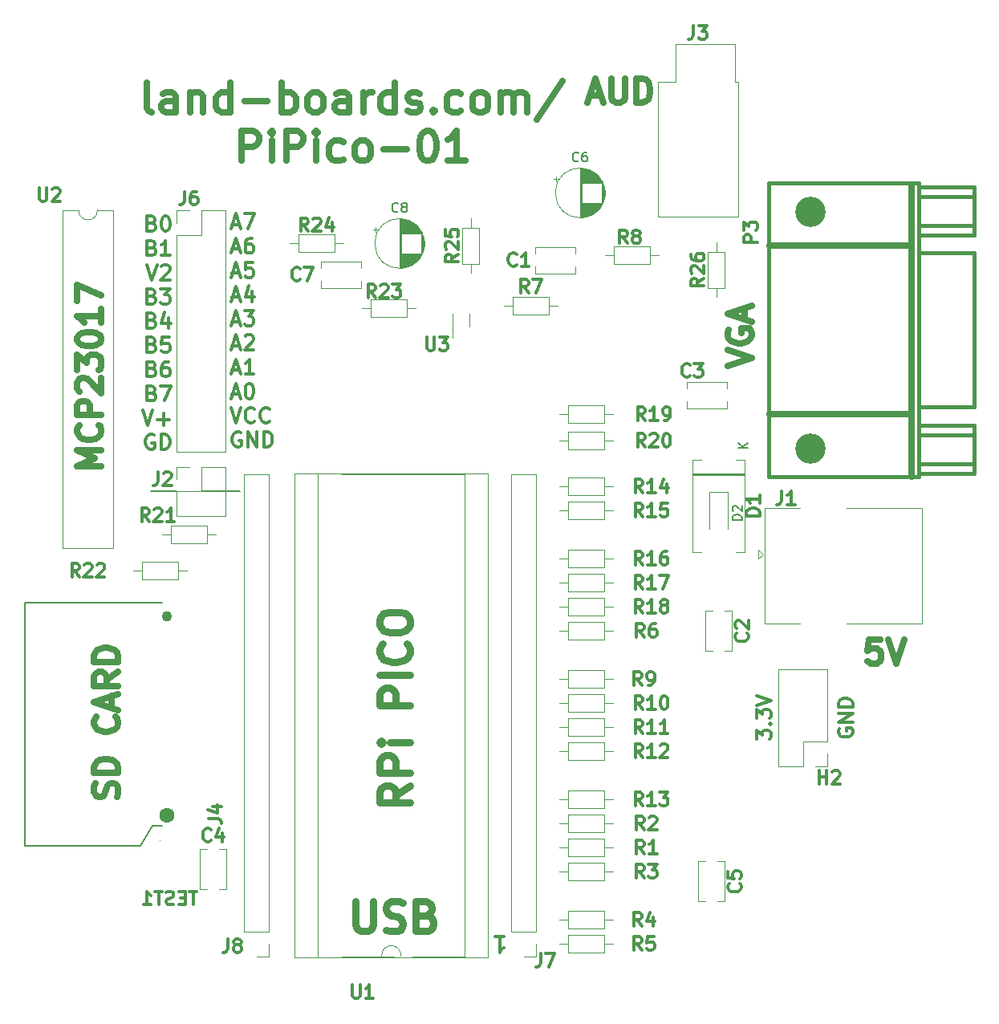
<source format=gbr>
G04 #@! TF.GenerationSoftware,KiCad,Pcbnew,(6.0.1)*
G04 #@! TF.CreationDate,2022-05-08T08:23:45-04:00*
G04 #@! TF.ProjectId,PiPico-01,50695069-636f-42d3-9031-2e6b69636164,2*
G04 #@! TF.SameCoordinates,Original*
G04 #@! TF.FileFunction,Legend,Top*
G04 #@! TF.FilePolarity,Positive*
%FSLAX46Y46*%
G04 Gerber Fmt 4.6, Leading zero omitted, Abs format (unit mm)*
G04 Created by KiCad (PCBNEW (6.0.1)) date 2022-05-08 08:23:45*
%MOMM*%
%LPD*%
G01*
G04 APERTURE LIST*
%ADD10C,0.150000*%
%ADD11C,0.304800*%
%ADD12C,0.635000*%
%ADD13C,0.793750*%
%ADD14C,0.317500*%
%ADD15C,0.120000*%
%ADD16C,0.381000*%
%ADD17C,0.650000*%
%ADD18C,0.010000*%
%ADD19C,3.200000*%
%ADD20C,1.600000*%
%ADD21C,1.100000*%
G04 APERTURE END LIST*
D10*
X29459000Y-54351000D02*
X33528000Y-54351000D01*
X26859000Y-54351000D02*
X24130000Y-54356000D01*
D11*
X88060428Y-80491714D02*
X88060428Y-79548285D01*
X88641000Y-80056285D01*
X88641000Y-79838571D01*
X88713571Y-79693428D01*
X88786142Y-79620857D01*
X88931285Y-79548285D01*
X89294142Y-79548285D01*
X89439285Y-79620857D01*
X89511857Y-79693428D01*
X89584428Y-79838571D01*
X89584428Y-80274000D01*
X89511857Y-80419142D01*
X89439285Y-80491714D01*
X89439285Y-78895142D02*
X89511857Y-78822571D01*
X89584428Y-78895142D01*
X89511857Y-78967714D01*
X89439285Y-78895142D01*
X89584428Y-78895142D01*
X88060428Y-78314571D02*
X88060428Y-77371142D01*
X88641000Y-77879142D01*
X88641000Y-77661428D01*
X88713571Y-77516285D01*
X88786142Y-77443714D01*
X88931285Y-77371142D01*
X89294142Y-77371142D01*
X89439285Y-77443714D01*
X89511857Y-77516285D01*
X89584428Y-77661428D01*
X89584428Y-78096857D01*
X89511857Y-78242000D01*
X89439285Y-78314571D01*
X88060428Y-76935714D02*
X89584428Y-76427714D01*
X88060428Y-75919714D01*
X24279618Y-26079425D02*
X24506403Y-26155020D01*
X24581999Y-26230615D01*
X24657594Y-26381806D01*
X24657594Y-26608591D01*
X24581999Y-26759782D01*
X24506403Y-26835377D01*
X24355213Y-26910972D01*
X23750451Y-26910972D01*
X23750451Y-25323472D01*
X24279618Y-25323472D01*
X24430808Y-25399068D01*
X24506403Y-25474663D01*
X24581999Y-25625853D01*
X24581999Y-25777044D01*
X24506403Y-25928234D01*
X24430808Y-26003829D01*
X24279618Y-26079425D01*
X23750451Y-26079425D01*
X25640332Y-25323472D02*
X25791522Y-25323472D01*
X25942713Y-25399068D01*
X26018308Y-25474663D01*
X26093903Y-25625853D01*
X26169499Y-25928234D01*
X26169499Y-26306210D01*
X26093903Y-26608591D01*
X26018308Y-26759782D01*
X25942713Y-26835377D01*
X25791522Y-26910972D01*
X25640332Y-26910972D01*
X25489141Y-26835377D01*
X25413546Y-26759782D01*
X25337951Y-26608591D01*
X25262356Y-26306210D01*
X25262356Y-25928234D01*
X25337951Y-25625853D01*
X25413546Y-25474663D01*
X25489141Y-25399068D01*
X25640332Y-25323472D01*
X24279618Y-28635300D02*
X24506403Y-28710895D01*
X24581999Y-28786490D01*
X24657594Y-28937681D01*
X24657594Y-29164466D01*
X24581999Y-29315657D01*
X24506403Y-29391252D01*
X24355213Y-29466847D01*
X23750451Y-29466847D01*
X23750451Y-27879347D01*
X24279618Y-27879347D01*
X24430808Y-27954943D01*
X24506403Y-28030538D01*
X24581999Y-28181728D01*
X24581999Y-28332919D01*
X24506403Y-28484109D01*
X24430808Y-28559704D01*
X24279618Y-28635300D01*
X23750451Y-28635300D01*
X26169499Y-29466847D02*
X25262356Y-29466847D01*
X25715927Y-29466847D02*
X25715927Y-27879347D01*
X25564737Y-28106133D01*
X25413546Y-28257323D01*
X25262356Y-28332919D01*
X23750451Y-30435222D02*
X24279618Y-32022722D01*
X24808784Y-30435222D01*
X25262356Y-30586413D02*
X25337951Y-30510818D01*
X25489141Y-30435222D01*
X25867118Y-30435222D01*
X26018308Y-30510818D01*
X26093903Y-30586413D01*
X26169499Y-30737603D01*
X26169499Y-30888794D01*
X26093903Y-31115579D01*
X25186760Y-32022722D01*
X26169499Y-32022722D01*
X24279618Y-33747050D02*
X24506403Y-33822645D01*
X24581999Y-33898240D01*
X24657594Y-34049431D01*
X24657594Y-34276216D01*
X24581999Y-34427407D01*
X24506403Y-34503002D01*
X24355213Y-34578597D01*
X23750451Y-34578597D01*
X23750451Y-32991097D01*
X24279618Y-32991097D01*
X24430808Y-33066693D01*
X24506403Y-33142288D01*
X24581999Y-33293478D01*
X24581999Y-33444669D01*
X24506403Y-33595859D01*
X24430808Y-33671454D01*
X24279618Y-33747050D01*
X23750451Y-33747050D01*
X25186760Y-32991097D02*
X26169499Y-32991097D01*
X25640332Y-33595859D01*
X25867118Y-33595859D01*
X26018308Y-33671454D01*
X26093903Y-33747050D01*
X26169499Y-33898240D01*
X26169499Y-34276216D01*
X26093903Y-34427407D01*
X26018308Y-34503002D01*
X25867118Y-34578597D01*
X25413546Y-34578597D01*
X25262356Y-34503002D01*
X25186760Y-34427407D01*
X24279618Y-36302925D02*
X24506403Y-36378520D01*
X24581999Y-36454115D01*
X24657594Y-36605306D01*
X24657594Y-36832091D01*
X24581999Y-36983282D01*
X24506403Y-37058877D01*
X24355213Y-37134472D01*
X23750451Y-37134472D01*
X23750451Y-35546972D01*
X24279618Y-35546972D01*
X24430808Y-35622568D01*
X24506403Y-35698163D01*
X24581999Y-35849353D01*
X24581999Y-36000544D01*
X24506403Y-36151734D01*
X24430808Y-36227329D01*
X24279618Y-36302925D01*
X23750451Y-36302925D01*
X26018308Y-36076139D02*
X26018308Y-37134472D01*
X25640332Y-35471377D02*
X25262356Y-36605306D01*
X26245094Y-36605306D01*
X24279618Y-38858800D02*
X24506403Y-38934395D01*
X24581999Y-39009990D01*
X24657594Y-39161181D01*
X24657594Y-39387966D01*
X24581999Y-39539157D01*
X24506403Y-39614752D01*
X24355213Y-39690347D01*
X23750451Y-39690347D01*
X23750451Y-38102847D01*
X24279618Y-38102847D01*
X24430808Y-38178443D01*
X24506403Y-38254038D01*
X24581999Y-38405228D01*
X24581999Y-38556419D01*
X24506403Y-38707609D01*
X24430808Y-38783204D01*
X24279618Y-38858800D01*
X23750451Y-38858800D01*
X26093903Y-38102847D02*
X25337951Y-38102847D01*
X25262356Y-38858800D01*
X25337951Y-38783204D01*
X25489141Y-38707609D01*
X25867118Y-38707609D01*
X26018308Y-38783204D01*
X26093903Y-38858800D01*
X26169499Y-39009990D01*
X26169499Y-39387966D01*
X26093903Y-39539157D01*
X26018308Y-39614752D01*
X25867118Y-39690347D01*
X25489141Y-39690347D01*
X25337951Y-39614752D01*
X25262356Y-39539157D01*
X24279618Y-41414675D02*
X24506403Y-41490270D01*
X24581999Y-41565865D01*
X24657594Y-41717056D01*
X24657594Y-41943841D01*
X24581999Y-42095032D01*
X24506403Y-42170627D01*
X24355213Y-42246222D01*
X23750451Y-42246222D01*
X23750451Y-40658722D01*
X24279618Y-40658722D01*
X24430808Y-40734318D01*
X24506403Y-40809913D01*
X24581999Y-40961103D01*
X24581999Y-41112294D01*
X24506403Y-41263484D01*
X24430808Y-41339079D01*
X24279618Y-41414675D01*
X23750451Y-41414675D01*
X26018308Y-40658722D02*
X25715927Y-40658722D01*
X25564737Y-40734318D01*
X25489141Y-40809913D01*
X25337951Y-41036698D01*
X25262356Y-41339079D01*
X25262356Y-41943841D01*
X25337951Y-42095032D01*
X25413546Y-42170627D01*
X25564737Y-42246222D01*
X25867118Y-42246222D01*
X26018308Y-42170627D01*
X26093903Y-42095032D01*
X26169499Y-41943841D01*
X26169499Y-41565865D01*
X26093903Y-41414675D01*
X26018308Y-41339079D01*
X25867118Y-41263484D01*
X25564737Y-41263484D01*
X25413546Y-41339079D01*
X25337951Y-41414675D01*
X25262356Y-41565865D01*
X24279618Y-43970550D02*
X24506403Y-44046145D01*
X24581999Y-44121740D01*
X24657594Y-44272931D01*
X24657594Y-44499716D01*
X24581999Y-44650907D01*
X24506403Y-44726502D01*
X24355213Y-44802097D01*
X23750451Y-44802097D01*
X23750451Y-43214597D01*
X24279618Y-43214597D01*
X24430808Y-43290193D01*
X24506403Y-43365788D01*
X24581999Y-43516978D01*
X24581999Y-43668169D01*
X24506403Y-43819359D01*
X24430808Y-43894954D01*
X24279618Y-43970550D01*
X23750451Y-43970550D01*
X25186760Y-43214597D02*
X26245094Y-43214597D01*
X25564737Y-44802097D01*
X23296880Y-45770472D02*
X23826046Y-47357972D01*
X24355213Y-45770472D01*
X24884380Y-46753210D02*
X26093903Y-46753210D01*
X25489141Y-47357972D02*
X25489141Y-46148448D01*
X24506403Y-48401943D02*
X24355213Y-48326347D01*
X24128427Y-48326347D01*
X23901641Y-48401943D01*
X23750451Y-48553133D01*
X23674856Y-48704323D01*
X23599260Y-49006704D01*
X23599260Y-49233490D01*
X23674856Y-49535871D01*
X23750451Y-49687062D01*
X23901641Y-49838252D01*
X24128427Y-49913847D01*
X24279618Y-49913847D01*
X24506403Y-49838252D01*
X24581999Y-49762657D01*
X24581999Y-49233490D01*
X24279618Y-49233490D01*
X25262356Y-49913847D02*
X25262356Y-48326347D01*
X25640332Y-48326347D01*
X25867118Y-48401943D01*
X26018308Y-48553133D01*
X26093903Y-48704323D01*
X26169499Y-49006704D01*
X26169499Y-49233490D01*
X26093903Y-49535871D01*
X26018308Y-49687062D01*
X25867118Y-49838252D01*
X25640332Y-49913847D01*
X25262356Y-49913847D01*
X32758500Y-26208401D02*
X33514453Y-26208401D01*
X32607310Y-26661972D02*
X33136477Y-25074472D01*
X33665643Y-26661972D01*
X34043620Y-25074472D02*
X35101953Y-25074472D01*
X34421596Y-26661972D01*
X32758500Y-28764276D02*
X33514453Y-28764276D01*
X32607310Y-29217847D02*
X33136477Y-27630347D01*
X33665643Y-29217847D01*
X34875167Y-27630347D02*
X34572786Y-27630347D01*
X34421596Y-27705943D01*
X34346000Y-27781538D01*
X34194810Y-28008323D01*
X34119215Y-28310704D01*
X34119215Y-28915466D01*
X34194810Y-29066657D01*
X34270405Y-29142252D01*
X34421596Y-29217847D01*
X34723977Y-29217847D01*
X34875167Y-29142252D01*
X34950762Y-29066657D01*
X35026358Y-28915466D01*
X35026358Y-28537490D01*
X34950762Y-28386300D01*
X34875167Y-28310704D01*
X34723977Y-28235109D01*
X34421596Y-28235109D01*
X34270405Y-28310704D01*
X34194810Y-28386300D01*
X34119215Y-28537490D01*
X32758500Y-31320151D02*
X33514453Y-31320151D01*
X32607310Y-31773722D02*
X33136477Y-30186222D01*
X33665643Y-31773722D01*
X34950762Y-30186222D02*
X34194810Y-30186222D01*
X34119215Y-30942175D01*
X34194810Y-30866579D01*
X34346000Y-30790984D01*
X34723977Y-30790984D01*
X34875167Y-30866579D01*
X34950762Y-30942175D01*
X35026358Y-31093365D01*
X35026358Y-31471341D01*
X34950762Y-31622532D01*
X34875167Y-31698127D01*
X34723977Y-31773722D01*
X34346000Y-31773722D01*
X34194810Y-31698127D01*
X34119215Y-31622532D01*
X32758500Y-33876026D02*
X33514453Y-33876026D01*
X32607310Y-34329597D02*
X33136477Y-32742097D01*
X33665643Y-34329597D01*
X34875167Y-33271264D02*
X34875167Y-34329597D01*
X34497191Y-32666502D02*
X34119215Y-33800431D01*
X35101953Y-33800431D01*
X32758500Y-36431901D02*
X33514453Y-36431901D01*
X32607310Y-36885472D02*
X33136477Y-35297972D01*
X33665643Y-36885472D01*
X34043620Y-35297972D02*
X35026358Y-35297972D01*
X34497191Y-35902734D01*
X34723977Y-35902734D01*
X34875167Y-35978329D01*
X34950762Y-36053925D01*
X35026358Y-36205115D01*
X35026358Y-36583091D01*
X34950762Y-36734282D01*
X34875167Y-36809877D01*
X34723977Y-36885472D01*
X34270405Y-36885472D01*
X34119215Y-36809877D01*
X34043620Y-36734282D01*
X32758500Y-38987776D02*
X33514453Y-38987776D01*
X32607310Y-39441347D02*
X33136477Y-37853847D01*
X33665643Y-39441347D01*
X34119215Y-38005038D02*
X34194810Y-37929443D01*
X34346000Y-37853847D01*
X34723977Y-37853847D01*
X34875167Y-37929443D01*
X34950762Y-38005038D01*
X35026358Y-38156228D01*
X35026358Y-38307419D01*
X34950762Y-38534204D01*
X34043620Y-39441347D01*
X35026358Y-39441347D01*
X32758500Y-41543651D02*
X33514453Y-41543651D01*
X32607310Y-41997222D02*
X33136477Y-40409722D01*
X33665643Y-41997222D01*
X35026358Y-41997222D02*
X34119215Y-41997222D01*
X34572786Y-41997222D02*
X34572786Y-40409722D01*
X34421596Y-40636508D01*
X34270405Y-40787698D01*
X34119215Y-40863294D01*
X32758500Y-44099526D02*
X33514453Y-44099526D01*
X32607310Y-44553097D02*
X33136477Y-42965597D01*
X33665643Y-44553097D01*
X34497191Y-42965597D02*
X34648381Y-42965597D01*
X34799572Y-43041193D01*
X34875167Y-43116788D01*
X34950762Y-43267978D01*
X35026358Y-43570359D01*
X35026358Y-43948335D01*
X34950762Y-44250716D01*
X34875167Y-44401907D01*
X34799572Y-44477502D01*
X34648381Y-44553097D01*
X34497191Y-44553097D01*
X34346000Y-44477502D01*
X34270405Y-44401907D01*
X34194810Y-44250716D01*
X34119215Y-43948335D01*
X34119215Y-43570359D01*
X34194810Y-43267978D01*
X34270405Y-43116788D01*
X34346000Y-43041193D01*
X34497191Y-42965597D01*
X32607310Y-45521472D02*
X33136477Y-47108972D01*
X33665643Y-45521472D01*
X35101953Y-46957782D02*
X35026358Y-47033377D01*
X34799572Y-47108972D01*
X34648381Y-47108972D01*
X34421596Y-47033377D01*
X34270405Y-46882187D01*
X34194810Y-46730996D01*
X34119215Y-46428615D01*
X34119215Y-46201829D01*
X34194810Y-45899448D01*
X34270405Y-45748258D01*
X34421596Y-45597068D01*
X34648381Y-45521472D01*
X34799572Y-45521472D01*
X35026358Y-45597068D01*
X35101953Y-45672663D01*
X36689453Y-46957782D02*
X36613858Y-47033377D01*
X36387072Y-47108972D01*
X36235881Y-47108972D01*
X36009096Y-47033377D01*
X35857905Y-46882187D01*
X35782310Y-46730996D01*
X35706715Y-46428615D01*
X35706715Y-46201829D01*
X35782310Y-45899448D01*
X35857905Y-45748258D01*
X36009096Y-45597068D01*
X36235881Y-45521472D01*
X36387072Y-45521472D01*
X36613858Y-45597068D01*
X36689453Y-45672663D01*
X33665643Y-48152943D02*
X33514453Y-48077347D01*
X33287667Y-48077347D01*
X33060881Y-48152943D01*
X32909691Y-48304133D01*
X32834096Y-48455323D01*
X32758500Y-48757704D01*
X32758500Y-48984490D01*
X32834096Y-49286871D01*
X32909691Y-49438062D01*
X33060881Y-49589252D01*
X33287667Y-49664847D01*
X33438858Y-49664847D01*
X33665643Y-49589252D01*
X33741239Y-49513657D01*
X33741239Y-48984490D01*
X33438858Y-48984490D01*
X34421596Y-49664847D02*
X34421596Y-48077347D01*
X35328739Y-49664847D01*
X35328739Y-48077347D01*
X36084691Y-49664847D02*
X36084691Y-48077347D01*
X36462667Y-48077347D01*
X36689453Y-48152943D01*
X36840643Y-48304133D01*
X36916239Y-48455323D01*
X36991834Y-48757704D01*
X36991834Y-48984490D01*
X36916239Y-49286871D01*
X36840643Y-49438062D01*
X36689453Y-49589252D01*
X36462667Y-49664847D01*
X36084691Y-49664847D01*
X96769000Y-79403142D02*
X96696428Y-79548285D01*
X96696428Y-79766000D01*
X96769000Y-79983714D01*
X96914142Y-80128857D01*
X97059285Y-80201428D01*
X97349571Y-80274000D01*
X97567285Y-80274000D01*
X97857571Y-80201428D01*
X98002714Y-80128857D01*
X98147857Y-79983714D01*
X98220428Y-79766000D01*
X98220428Y-79620857D01*
X98147857Y-79403142D01*
X98075285Y-79330571D01*
X97567285Y-79330571D01*
X97567285Y-79620857D01*
X98220428Y-78677428D02*
X96696428Y-78677428D01*
X98220428Y-77806571D01*
X96696428Y-77806571D01*
X98220428Y-77080857D02*
X96696428Y-77080857D01*
X96696428Y-76718000D01*
X96769000Y-76500285D01*
X96914142Y-76355142D01*
X97059285Y-76282571D01*
X97349571Y-76210000D01*
X97567285Y-76210000D01*
X97857571Y-76282571D01*
X98002714Y-76355142D01*
X98147857Y-76500285D01*
X98220428Y-76718000D01*
X98220428Y-77080857D01*
D12*
X18929047Y-51700540D02*
X16389047Y-51700540D01*
X18203333Y-50853874D01*
X16389047Y-50007207D01*
X18929047Y-50007207D01*
X18687142Y-47346255D02*
X18808095Y-47467207D01*
X18929047Y-47830064D01*
X18929047Y-48071969D01*
X18808095Y-48434826D01*
X18566190Y-48676731D01*
X18324285Y-48797683D01*
X17840476Y-48918635D01*
X17477619Y-48918635D01*
X16993809Y-48797683D01*
X16751904Y-48676731D01*
X16510000Y-48434826D01*
X16389047Y-48071969D01*
X16389047Y-47830064D01*
X16510000Y-47467207D01*
X16630952Y-47346255D01*
X18929047Y-46257683D02*
X16389047Y-46257683D01*
X16389047Y-45290064D01*
X16510000Y-45048159D01*
X16630952Y-44927207D01*
X16872857Y-44806255D01*
X17235714Y-44806255D01*
X17477619Y-44927207D01*
X17598571Y-45048159D01*
X17719523Y-45290064D01*
X17719523Y-46257683D01*
X16630952Y-43838635D02*
X16510000Y-43717683D01*
X16389047Y-43475778D01*
X16389047Y-42871016D01*
X16510000Y-42629112D01*
X16630952Y-42508159D01*
X16872857Y-42387207D01*
X17114761Y-42387207D01*
X17477619Y-42508159D01*
X18929047Y-43959588D01*
X18929047Y-42387207D01*
X16389047Y-41540540D02*
X16389047Y-39968159D01*
X17356666Y-40814826D01*
X17356666Y-40451969D01*
X17477619Y-40210064D01*
X17598571Y-40089112D01*
X17840476Y-39968159D01*
X18445238Y-39968159D01*
X18687142Y-40089112D01*
X18808095Y-40210064D01*
X18929047Y-40451969D01*
X18929047Y-41177683D01*
X18808095Y-41419588D01*
X18687142Y-41540540D01*
X16389047Y-38395778D02*
X16389047Y-38153874D01*
X16510000Y-37911969D01*
X16630952Y-37791016D01*
X16872857Y-37670064D01*
X17356666Y-37549112D01*
X17961428Y-37549112D01*
X18445238Y-37670064D01*
X18687142Y-37791016D01*
X18808095Y-37911969D01*
X18929047Y-38153874D01*
X18929047Y-38395778D01*
X18808095Y-38637683D01*
X18687142Y-38758635D01*
X18445238Y-38879588D01*
X17961428Y-39000540D01*
X17356666Y-39000540D01*
X16872857Y-38879588D01*
X16630952Y-38758635D01*
X16510000Y-38637683D01*
X16389047Y-38395778D01*
X18929047Y-35130064D02*
X18929047Y-36581493D01*
X18929047Y-35855778D02*
X16389047Y-35855778D01*
X16751904Y-36097683D01*
X16993809Y-36339588D01*
X17114761Y-36581493D01*
X16389047Y-34283397D02*
X16389047Y-32590064D01*
X18929047Y-33678635D01*
X70454761Y-12615333D02*
X71664285Y-12615333D01*
X70212857Y-13341047D02*
X71059523Y-10801047D01*
X71906190Y-13341047D01*
X72752857Y-10801047D02*
X72752857Y-12857238D01*
X72873809Y-13099142D01*
X72994761Y-13220095D01*
X73236666Y-13341047D01*
X73720476Y-13341047D01*
X73962380Y-13220095D01*
X74083333Y-13099142D01*
X74204285Y-12857238D01*
X74204285Y-10801047D01*
X75413809Y-13341047D02*
X75413809Y-10801047D01*
X76018571Y-10801047D01*
X76381428Y-10922000D01*
X76623333Y-11163904D01*
X76744285Y-11405809D01*
X76865238Y-11889619D01*
X76865238Y-12252476D01*
X76744285Y-12736285D01*
X76623333Y-12978190D01*
X76381428Y-13220095D01*
X76018571Y-13341047D01*
X75413809Y-13341047D01*
X20586095Y-86601904D02*
X20707047Y-86239047D01*
X20707047Y-85634285D01*
X20586095Y-85392380D01*
X20465142Y-85271428D01*
X20223238Y-85150476D01*
X19981333Y-85150476D01*
X19739428Y-85271428D01*
X19618476Y-85392380D01*
X19497523Y-85634285D01*
X19376571Y-86118095D01*
X19255619Y-86360000D01*
X19134666Y-86480952D01*
X18892761Y-86601904D01*
X18650857Y-86601904D01*
X18408952Y-86480952D01*
X18288000Y-86360000D01*
X18167047Y-86118095D01*
X18167047Y-85513333D01*
X18288000Y-85150476D01*
X20707047Y-84061904D02*
X18167047Y-84061904D01*
X18167047Y-83457142D01*
X18288000Y-83094285D01*
X18529904Y-82852380D01*
X18771809Y-82731428D01*
X19255619Y-82610476D01*
X19618476Y-82610476D01*
X20102285Y-82731428D01*
X20344190Y-82852380D01*
X20586095Y-83094285D01*
X20707047Y-83457142D01*
X20707047Y-84061904D01*
X20465142Y-78135238D02*
X20586095Y-78256190D01*
X20707047Y-78619047D01*
X20707047Y-78860952D01*
X20586095Y-79223809D01*
X20344190Y-79465714D01*
X20102285Y-79586666D01*
X19618476Y-79707619D01*
X19255619Y-79707619D01*
X18771809Y-79586666D01*
X18529904Y-79465714D01*
X18288000Y-79223809D01*
X18167047Y-78860952D01*
X18167047Y-78619047D01*
X18288000Y-78256190D01*
X18408952Y-78135238D01*
X19981333Y-77167619D02*
X19981333Y-75958095D01*
X20707047Y-77409523D02*
X18167047Y-76562857D01*
X20707047Y-75716190D01*
X20707047Y-73418095D02*
X19497523Y-74264761D01*
X20707047Y-74869523D02*
X18167047Y-74869523D01*
X18167047Y-73901904D01*
X18288000Y-73660000D01*
X18408952Y-73539047D01*
X18650857Y-73418095D01*
X19013714Y-73418095D01*
X19255619Y-73539047D01*
X19376571Y-73660000D01*
X19497523Y-73901904D01*
X19497523Y-74869523D01*
X20707047Y-72329523D02*
X18167047Y-72329523D01*
X18167047Y-71724761D01*
X18288000Y-71361904D01*
X18529904Y-71120000D01*
X18771809Y-70999047D01*
X19255619Y-70878095D01*
X19618476Y-70878095D01*
X20102285Y-70999047D01*
X20344190Y-71120000D01*
X20586095Y-71361904D01*
X20707047Y-71724761D01*
X20707047Y-72329523D01*
X101116190Y-69983047D02*
X99906666Y-69983047D01*
X99785714Y-71192571D01*
X99906666Y-71071619D01*
X100148571Y-70950666D01*
X100753333Y-70950666D01*
X100995238Y-71071619D01*
X101116190Y-71192571D01*
X101237142Y-71434476D01*
X101237142Y-72039238D01*
X101116190Y-72281142D01*
X100995238Y-72402095D01*
X100753333Y-72523047D01*
X100148571Y-72523047D01*
X99906666Y-72402095D01*
X99785714Y-72281142D01*
X101962857Y-69983047D02*
X102809523Y-72523047D01*
X103656190Y-69983047D01*
X85019847Y-41152838D02*
X87559847Y-40306171D01*
X85019847Y-39459504D01*
X85140800Y-37282361D02*
X85019847Y-37524266D01*
X85019847Y-37887123D01*
X85140800Y-38249980D01*
X85382704Y-38491885D01*
X85624609Y-38612838D01*
X86108419Y-38733790D01*
X86471276Y-38733790D01*
X86955085Y-38612838D01*
X87196990Y-38491885D01*
X87438895Y-38249980D01*
X87559847Y-37887123D01*
X87559847Y-37645219D01*
X87438895Y-37282361D01*
X87317942Y-37161409D01*
X86471276Y-37161409D01*
X86471276Y-37645219D01*
X86834133Y-36193790D02*
X86834133Y-34984266D01*
X87559847Y-36435695D02*
X85019847Y-35589028D01*
X87559847Y-34742361D01*
D13*
X45777452Y-97575309D02*
X45777452Y-100145547D01*
X45928642Y-100447928D01*
X46079833Y-100599119D01*
X46382214Y-100750309D01*
X46986976Y-100750309D01*
X47289357Y-100599119D01*
X47440547Y-100447928D01*
X47591738Y-100145547D01*
X47591738Y-97575309D01*
X48952452Y-100599119D02*
X49406023Y-100750309D01*
X50161976Y-100750309D01*
X50464357Y-100599119D01*
X50615547Y-100447928D01*
X50766738Y-100145547D01*
X50766738Y-99843166D01*
X50615547Y-99540785D01*
X50464357Y-99389595D01*
X50161976Y-99238404D01*
X49557214Y-99087214D01*
X49254833Y-98936023D01*
X49103642Y-98784833D01*
X48952452Y-98482452D01*
X48952452Y-98180071D01*
X49103642Y-97877690D01*
X49254833Y-97726500D01*
X49557214Y-97575309D01*
X50313166Y-97575309D01*
X50766738Y-97726500D01*
X53185785Y-99087214D02*
X53639357Y-99238404D01*
X53790547Y-99389595D01*
X53941738Y-99691976D01*
X53941738Y-100145547D01*
X53790547Y-100447928D01*
X53639357Y-100599119D01*
X53336976Y-100750309D01*
X52127452Y-100750309D01*
X52127452Y-97575309D01*
X53185785Y-97575309D01*
X53488166Y-97726500D01*
X53639357Y-97877690D01*
X53790547Y-98180071D01*
X53790547Y-98482452D01*
X53639357Y-98784833D01*
X53488166Y-98936023D01*
X53185785Y-99087214D01*
X52127452Y-99087214D01*
D12*
X24223738Y-14374434D02*
X23921357Y-14223244D01*
X23770166Y-13920863D01*
X23770166Y-11199434D01*
X26793976Y-14374434D02*
X26793976Y-12711339D01*
X26642785Y-12408958D01*
X26340404Y-12257767D01*
X25735642Y-12257767D01*
X25433261Y-12408958D01*
X26793976Y-14223244D02*
X26491595Y-14374434D01*
X25735642Y-14374434D01*
X25433261Y-14223244D01*
X25282071Y-13920863D01*
X25282071Y-13618482D01*
X25433261Y-13316101D01*
X25735642Y-13164910D01*
X26491595Y-13164910D01*
X26793976Y-13013720D01*
X28305880Y-12257767D02*
X28305880Y-14374434D01*
X28305880Y-12560148D02*
X28457071Y-12408958D01*
X28759452Y-12257767D01*
X29213023Y-12257767D01*
X29515404Y-12408958D01*
X29666595Y-12711339D01*
X29666595Y-14374434D01*
X32539214Y-14374434D02*
X32539214Y-11199434D01*
X32539214Y-14223244D02*
X32236833Y-14374434D01*
X31632071Y-14374434D01*
X31329690Y-14223244D01*
X31178499Y-14072053D01*
X31027309Y-13769672D01*
X31027309Y-12862529D01*
X31178499Y-12560148D01*
X31329690Y-12408958D01*
X31632071Y-12257767D01*
X32236833Y-12257767D01*
X32539214Y-12408958D01*
X34051119Y-13164910D02*
X36470166Y-13164910D01*
X37982071Y-14374434D02*
X37982071Y-11199434D01*
X37982071Y-12408958D02*
X38284452Y-12257767D01*
X38889214Y-12257767D01*
X39191595Y-12408958D01*
X39342785Y-12560148D01*
X39493976Y-12862529D01*
X39493976Y-13769672D01*
X39342785Y-14072053D01*
X39191595Y-14223244D01*
X38889214Y-14374434D01*
X38284452Y-14374434D01*
X37982071Y-14223244D01*
X41308261Y-14374434D02*
X41005880Y-14223244D01*
X40854690Y-14072053D01*
X40703499Y-13769672D01*
X40703499Y-12862529D01*
X40854690Y-12560148D01*
X41005880Y-12408958D01*
X41308261Y-12257767D01*
X41761833Y-12257767D01*
X42064214Y-12408958D01*
X42215404Y-12560148D01*
X42366595Y-12862529D01*
X42366595Y-13769672D01*
X42215404Y-14072053D01*
X42064214Y-14223244D01*
X41761833Y-14374434D01*
X41308261Y-14374434D01*
X45088023Y-14374434D02*
X45088023Y-12711339D01*
X44936833Y-12408958D01*
X44634452Y-12257767D01*
X44029690Y-12257767D01*
X43727309Y-12408958D01*
X45088023Y-14223244D02*
X44785642Y-14374434D01*
X44029690Y-14374434D01*
X43727309Y-14223244D01*
X43576119Y-13920863D01*
X43576119Y-13618482D01*
X43727309Y-13316101D01*
X44029690Y-13164910D01*
X44785642Y-13164910D01*
X45088023Y-13013720D01*
X46599928Y-14374434D02*
X46599928Y-12257767D01*
X46599928Y-12862529D02*
X46751119Y-12560148D01*
X46902309Y-12408958D01*
X47204690Y-12257767D01*
X47507071Y-12257767D01*
X49926119Y-14374434D02*
X49926119Y-11199434D01*
X49926119Y-14223244D02*
X49623738Y-14374434D01*
X49018976Y-14374434D01*
X48716595Y-14223244D01*
X48565404Y-14072053D01*
X48414214Y-13769672D01*
X48414214Y-12862529D01*
X48565404Y-12560148D01*
X48716595Y-12408958D01*
X49018976Y-12257767D01*
X49623738Y-12257767D01*
X49926119Y-12408958D01*
X51286833Y-14223244D02*
X51589214Y-14374434D01*
X52193976Y-14374434D01*
X52496357Y-14223244D01*
X52647547Y-13920863D01*
X52647547Y-13769672D01*
X52496357Y-13467291D01*
X52193976Y-13316101D01*
X51740404Y-13316101D01*
X51438023Y-13164910D01*
X51286833Y-12862529D01*
X51286833Y-12711339D01*
X51438023Y-12408958D01*
X51740404Y-12257767D01*
X52193976Y-12257767D01*
X52496357Y-12408958D01*
X54008261Y-14072053D02*
X54159452Y-14223244D01*
X54008261Y-14374434D01*
X53857071Y-14223244D01*
X54008261Y-14072053D01*
X54008261Y-14374434D01*
X56880880Y-14223244D02*
X56578500Y-14374434D01*
X55973738Y-14374434D01*
X55671357Y-14223244D01*
X55520166Y-14072053D01*
X55368976Y-13769672D01*
X55368976Y-12862529D01*
X55520166Y-12560148D01*
X55671357Y-12408958D01*
X55973738Y-12257767D01*
X56578500Y-12257767D01*
X56880880Y-12408958D01*
X58695166Y-14374434D02*
X58392785Y-14223244D01*
X58241595Y-14072053D01*
X58090404Y-13769672D01*
X58090404Y-12862529D01*
X58241595Y-12560148D01*
X58392785Y-12408958D01*
X58695166Y-12257767D01*
X59148738Y-12257767D01*
X59451119Y-12408958D01*
X59602309Y-12560148D01*
X59753500Y-12862529D01*
X59753500Y-13769672D01*
X59602309Y-14072053D01*
X59451119Y-14223244D01*
X59148738Y-14374434D01*
X58695166Y-14374434D01*
X61114214Y-14374434D02*
X61114214Y-12257767D01*
X61114214Y-12560148D02*
X61265404Y-12408958D01*
X61567785Y-12257767D01*
X62021357Y-12257767D01*
X62323738Y-12408958D01*
X62474928Y-12711339D01*
X62474928Y-14374434D01*
X62474928Y-12711339D02*
X62626119Y-12408958D01*
X62928500Y-12257767D01*
X63382071Y-12257767D01*
X63684452Y-12408958D01*
X63835642Y-12711339D01*
X63835642Y-14374434D01*
X67615404Y-11048244D02*
X64893976Y-15130386D01*
X33748738Y-19486184D02*
X33748738Y-16311184D01*
X34958261Y-16311184D01*
X35260642Y-16462375D01*
X35411833Y-16613565D01*
X35563023Y-16915946D01*
X35563023Y-17369517D01*
X35411833Y-17671898D01*
X35260642Y-17823089D01*
X34958261Y-17974279D01*
X33748738Y-17974279D01*
X36923738Y-19486184D02*
X36923738Y-17369517D01*
X36923738Y-16311184D02*
X36772547Y-16462375D01*
X36923738Y-16613565D01*
X37074928Y-16462375D01*
X36923738Y-16311184D01*
X36923738Y-16613565D01*
X38435642Y-19486184D02*
X38435642Y-16311184D01*
X39645166Y-16311184D01*
X39947547Y-16462375D01*
X40098738Y-16613565D01*
X40249928Y-16915946D01*
X40249928Y-17369517D01*
X40098738Y-17671898D01*
X39947547Y-17823089D01*
X39645166Y-17974279D01*
X38435642Y-17974279D01*
X41610642Y-19486184D02*
X41610642Y-17369517D01*
X41610642Y-16311184D02*
X41459452Y-16462375D01*
X41610642Y-16613565D01*
X41761833Y-16462375D01*
X41610642Y-16311184D01*
X41610642Y-16613565D01*
X44483261Y-19334994D02*
X44180880Y-19486184D01*
X43576119Y-19486184D01*
X43273738Y-19334994D01*
X43122547Y-19183803D01*
X42971357Y-18881422D01*
X42971357Y-17974279D01*
X43122547Y-17671898D01*
X43273738Y-17520708D01*
X43576119Y-17369517D01*
X44180880Y-17369517D01*
X44483261Y-17520708D01*
X46297547Y-19486184D02*
X45995166Y-19334994D01*
X45843976Y-19183803D01*
X45692785Y-18881422D01*
X45692785Y-17974279D01*
X45843976Y-17671898D01*
X45995166Y-17520708D01*
X46297547Y-17369517D01*
X46751119Y-17369517D01*
X47053500Y-17520708D01*
X47204690Y-17671898D01*
X47355880Y-17974279D01*
X47355880Y-18881422D01*
X47204690Y-19183803D01*
X47053500Y-19334994D01*
X46751119Y-19486184D01*
X46297547Y-19486184D01*
X48716595Y-18276660D02*
X51135642Y-18276660D01*
X53252309Y-16311184D02*
X53554690Y-16311184D01*
X53857071Y-16462375D01*
X54008261Y-16613565D01*
X54159452Y-16915946D01*
X54310642Y-17520708D01*
X54310642Y-18276660D01*
X54159452Y-18881422D01*
X54008261Y-19183803D01*
X53857071Y-19334994D01*
X53554690Y-19486184D01*
X53252309Y-19486184D01*
X52949928Y-19334994D01*
X52798738Y-19183803D01*
X52647547Y-18881422D01*
X52496357Y-18276660D01*
X52496357Y-17520708D01*
X52647547Y-16915946D01*
X52798738Y-16613565D01*
X52949928Y-16462375D01*
X53252309Y-16311184D01*
X57334452Y-19486184D02*
X55520166Y-19486184D01*
X56427309Y-19486184D02*
X56427309Y-16311184D01*
X56124928Y-16764755D01*
X55822547Y-17067136D01*
X55520166Y-17218327D01*
D13*
X51474309Y-85380285D02*
X49962404Y-86438619D01*
X51474309Y-87194571D02*
X48299309Y-87194571D01*
X48299309Y-85985047D01*
X48450500Y-85682666D01*
X48601690Y-85531476D01*
X48904071Y-85380285D01*
X49357642Y-85380285D01*
X49660023Y-85531476D01*
X49811214Y-85682666D01*
X49962404Y-85985047D01*
X49962404Y-87194571D01*
X51474309Y-84019571D02*
X48299309Y-84019571D01*
X48299309Y-82810047D01*
X48450500Y-82507666D01*
X48601690Y-82356476D01*
X48904071Y-82205285D01*
X49357642Y-82205285D01*
X49660023Y-82356476D01*
X49811214Y-82507666D01*
X49962404Y-82810047D01*
X49962404Y-84019571D01*
X51474309Y-80844571D02*
X49357642Y-80844571D01*
X48299309Y-80844571D02*
X48450500Y-80995761D01*
X48601690Y-80844571D01*
X48450500Y-80693380D01*
X48299309Y-80844571D01*
X48601690Y-80844571D01*
X51474309Y-76913619D02*
X48299309Y-76913619D01*
X48299309Y-75704095D01*
X48450500Y-75401714D01*
X48601690Y-75250523D01*
X48904071Y-75099333D01*
X49357642Y-75099333D01*
X49660023Y-75250523D01*
X49811214Y-75401714D01*
X49962404Y-75704095D01*
X49962404Y-76913619D01*
X51474309Y-73738619D02*
X48299309Y-73738619D01*
X51171928Y-70412428D02*
X51323119Y-70563619D01*
X51474309Y-71017190D01*
X51474309Y-71319571D01*
X51323119Y-71773142D01*
X51020738Y-72075523D01*
X50718357Y-72226714D01*
X50113595Y-72377904D01*
X49660023Y-72377904D01*
X49055261Y-72226714D01*
X48752880Y-72075523D01*
X48450500Y-71773142D01*
X48299309Y-71319571D01*
X48299309Y-71017190D01*
X48450500Y-70563619D01*
X48601690Y-70412428D01*
X48299309Y-68446952D02*
X48299309Y-67842190D01*
X48450500Y-67539809D01*
X48752880Y-67237428D01*
X49357642Y-67086238D01*
X50415976Y-67086238D01*
X51020738Y-67237428D01*
X51323119Y-67539809D01*
X51474309Y-67842190D01*
X51474309Y-68446952D01*
X51323119Y-68749333D01*
X51020738Y-69051714D01*
X50415976Y-69202904D01*
X49357642Y-69202904D01*
X48752880Y-69051714D01*
X48450500Y-68749333D01*
X48299309Y-68446952D01*
D10*
X86526380Y-57380095D02*
X85526380Y-57380095D01*
X85526380Y-57142000D01*
X85574000Y-56999142D01*
X85669238Y-56903904D01*
X85764476Y-56856285D01*
X85954952Y-56808666D01*
X86097809Y-56808666D01*
X86288285Y-56856285D01*
X86383523Y-56903904D01*
X86478761Y-56999142D01*
X86526380Y-57142000D01*
X86526380Y-57380095D01*
X85621619Y-56427714D02*
X85574000Y-56380095D01*
X85526380Y-56284857D01*
X85526380Y-56046761D01*
X85574000Y-55951523D01*
X85621619Y-55903904D01*
X85716857Y-55856285D01*
X85812095Y-55856285D01*
X85954952Y-55903904D01*
X86526380Y-56475333D01*
X86526380Y-55856285D01*
X50242682Y-24801142D02*
X50195063Y-24848761D01*
X50052206Y-24896380D01*
X49956968Y-24896380D01*
X49814110Y-24848761D01*
X49718872Y-24753523D01*
X49671253Y-24658285D01*
X49623634Y-24467809D01*
X49623634Y-24324952D01*
X49671253Y-24134476D01*
X49718872Y-24039238D01*
X49814110Y-23944000D01*
X49956968Y-23896380D01*
X50052206Y-23896380D01*
X50195063Y-23944000D01*
X50242682Y-23991619D01*
X50814110Y-24324952D02*
X50718872Y-24277333D01*
X50671253Y-24229714D01*
X50623634Y-24134476D01*
X50623634Y-24086857D01*
X50671253Y-23991619D01*
X50718872Y-23944000D01*
X50814110Y-23896380D01*
X51004587Y-23896380D01*
X51099825Y-23944000D01*
X51147444Y-23991619D01*
X51195063Y-24086857D01*
X51195063Y-24134476D01*
X51147444Y-24229714D01*
X51099825Y-24277333D01*
X51004587Y-24324952D01*
X50814110Y-24324952D01*
X50718872Y-24372571D01*
X50671253Y-24420190D01*
X50623634Y-24515428D01*
X50623634Y-24705904D01*
X50671253Y-24801142D01*
X50718872Y-24848761D01*
X50814110Y-24896380D01*
X51004587Y-24896380D01*
X51099825Y-24848761D01*
X51147444Y-24801142D01*
X51195063Y-24705904D01*
X51195063Y-24515428D01*
X51147444Y-24420190D01*
X51099825Y-24372571D01*
X51004587Y-24324952D01*
X69292682Y-19467142D02*
X69245063Y-19514761D01*
X69102206Y-19562380D01*
X69006968Y-19562380D01*
X68864110Y-19514761D01*
X68768872Y-19419523D01*
X68721253Y-19324285D01*
X68673634Y-19133809D01*
X68673634Y-18990952D01*
X68721253Y-18800476D01*
X68768872Y-18705238D01*
X68864110Y-18610000D01*
X69006968Y-18562380D01*
X69102206Y-18562380D01*
X69245063Y-18610000D01*
X69292682Y-18657619D01*
X70149825Y-18562380D02*
X69959349Y-18562380D01*
X69864110Y-18610000D01*
X69816491Y-18657619D01*
X69721253Y-18800476D01*
X69673634Y-18990952D01*
X69673634Y-19371904D01*
X69721253Y-19467142D01*
X69768872Y-19514761D01*
X69864110Y-19562380D01*
X70054587Y-19562380D01*
X70149825Y-19514761D01*
X70197444Y-19467142D01*
X70245063Y-19371904D01*
X70245063Y-19133809D01*
X70197444Y-19038571D01*
X70149825Y-18990952D01*
X70054587Y-18943333D01*
X69864110Y-18943333D01*
X69768872Y-18990952D01*
X69721253Y-19038571D01*
X69673634Y-19133809D01*
D14*
X53291619Y-38096976D02*
X53291619Y-39227880D01*
X53358142Y-39360928D01*
X53424666Y-39427452D01*
X53557714Y-39493976D01*
X53823809Y-39493976D01*
X53956857Y-39427452D01*
X54023380Y-39360928D01*
X54089904Y-39227880D01*
X54089904Y-38096976D01*
X54622095Y-38096976D02*
X55486904Y-38096976D01*
X55021238Y-38629166D01*
X55220809Y-38629166D01*
X55353857Y-38695690D01*
X55420380Y-38762214D01*
X55486904Y-38895261D01*
X55486904Y-39227880D01*
X55420380Y-39360928D01*
X55353857Y-39427452D01*
X55220809Y-39493976D01*
X54821666Y-39493976D01*
X54688619Y-39427452D01*
X54622095Y-39360928D01*
X82531976Y-31886071D02*
X81866738Y-32351738D01*
X82531976Y-32684357D02*
X81134976Y-32684357D01*
X81134976Y-32152166D01*
X81201500Y-32019119D01*
X81268023Y-31952595D01*
X81401071Y-31886071D01*
X81600642Y-31886071D01*
X81733690Y-31952595D01*
X81800214Y-32019119D01*
X81866738Y-32152166D01*
X81866738Y-32684357D01*
X81268023Y-31353880D02*
X81201500Y-31287357D01*
X81134976Y-31154309D01*
X81134976Y-30821690D01*
X81201500Y-30688642D01*
X81268023Y-30622119D01*
X81401071Y-30555595D01*
X81534119Y-30555595D01*
X81733690Y-30622119D01*
X82531976Y-31420404D01*
X82531976Y-30555595D01*
X81134976Y-29358166D02*
X81134976Y-29624261D01*
X81201500Y-29757309D01*
X81268023Y-29823833D01*
X81467595Y-29956880D01*
X81733690Y-30023404D01*
X82265880Y-30023404D01*
X82398928Y-29956880D01*
X82465452Y-29890357D01*
X82531976Y-29757309D01*
X82531976Y-29491214D01*
X82465452Y-29358166D01*
X82398928Y-29291642D01*
X82265880Y-29225119D01*
X81933261Y-29225119D01*
X81800214Y-29291642D01*
X81733690Y-29358166D01*
X81667166Y-29491214D01*
X81667166Y-29757309D01*
X81733690Y-29890357D01*
X81800214Y-29956880D01*
X81933261Y-30023404D01*
X56623976Y-29346071D02*
X55958738Y-29811738D01*
X56623976Y-30144357D02*
X55226976Y-30144357D01*
X55226976Y-29612166D01*
X55293500Y-29479119D01*
X55360023Y-29412595D01*
X55493071Y-29346071D01*
X55692642Y-29346071D01*
X55825690Y-29412595D01*
X55892214Y-29479119D01*
X55958738Y-29612166D01*
X55958738Y-30144357D01*
X55360023Y-28813880D02*
X55293500Y-28747357D01*
X55226976Y-28614309D01*
X55226976Y-28281690D01*
X55293500Y-28148642D01*
X55360023Y-28082119D01*
X55493071Y-28015595D01*
X55626119Y-28015595D01*
X55825690Y-28082119D01*
X56623976Y-28880404D01*
X56623976Y-28015595D01*
X55226976Y-26751642D02*
X55226976Y-27416880D01*
X55892214Y-27483404D01*
X55825690Y-27416880D01*
X55759166Y-27283833D01*
X55759166Y-26951214D01*
X55825690Y-26818166D01*
X55892214Y-26751642D01*
X56025261Y-26685119D01*
X56357880Y-26685119D01*
X56490928Y-26751642D01*
X56557452Y-26818166D01*
X56623976Y-26951214D01*
X56623976Y-27283833D01*
X56557452Y-27416880D01*
X56490928Y-27483404D01*
X40757928Y-26905976D02*
X40292261Y-26240738D01*
X39959642Y-26905976D02*
X39959642Y-25508976D01*
X40491833Y-25508976D01*
X40624880Y-25575500D01*
X40691404Y-25642023D01*
X40757928Y-25775071D01*
X40757928Y-25974642D01*
X40691404Y-26107690D01*
X40624880Y-26174214D01*
X40491833Y-26240738D01*
X39959642Y-26240738D01*
X41290119Y-25642023D02*
X41356642Y-25575500D01*
X41489690Y-25508976D01*
X41822309Y-25508976D01*
X41955357Y-25575500D01*
X42021880Y-25642023D01*
X42088404Y-25775071D01*
X42088404Y-25908119D01*
X42021880Y-26107690D01*
X41223595Y-26905976D01*
X42088404Y-26905976D01*
X43285833Y-25974642D02*
X43285833Y-26905976D01*
X42953214Y-25442452D02*
X42620595Y-26440309D01*
X43485404Y-26440309D01*
X47869928Y-33905976D02*
X47404261Y-33240738D01*
X47071642Y-33905976D02*
X47071642Y-32508976D01*
X47603833Y-32508976D01*
X47736880Y-32575500D01*
X47803404Y-32642023D01*
X47869928Y-32775071D01*
X47869928Y-32974642D01*
X47803404Y-33107690D01*
X47736880Y-33174214D01*
X47603833Y-33240738D01*
X47071642Y-33240738D01*
X48402119Y-32642023D02*
X48468642Y-32575500D01*
X48601690Y-32508976D01*
X48934309Y-32508976D01*
X49067357Y-32575500D01*
X49133880Y-32642023D01*
X49200404Y-32775071D01*
X49200404Y-32908119D01*
X49133880Y-33107690D01*
X48335595Y-33905976D01*
X49200404Y-33905976D01*
X49666071Y-32508976D02*
X50530880Y-32508976D01*
X50065214Y-33041166D01*
X50264785Y-33041166D01*
X50397833Y-33107690D01*
X50464357Y-33174214D01*
X50530880Y-33307261D01*
X50530880Y-33639880D01*
X50464357Y-33772928D01*
X50397833Y-33839452D01*
X50264785Y-33905976D01*
X49865642Y-33905976D01*
X49732595Y-33839452D01*
X49666071Y-33772928D01*
X39899166Y-31994928D02*
X39832642Y-32061452D01*
X39633071Y-32127976D01*
X39500023Y-32127976D01*
X39300452Y-32061452D01*
X39167404Y-31928404D01*
X39100880Y-31795357D01*
X39034357Y-31529261D01*
X39034357Y-31329690D01*
X39100880Y-31063595D01*
X39167404Y-30930547D01*
X39300452Y-30797500D01*
X39500023Y-30730976D01*
X39633071Y-30730976D01*
X39832642Y-30797500D01*
X39899166Y-30864023D01*
X40364833Y-30730976D02*
X41296166Y-30730976D01*
X40697452Y-32127976D01*
X81422333Y-5240976D02*
X81422333Y-6238833D01*
X81355809Y-6438404D01*
X81222761Y-6571452D01*
X81023190Y-6637976D01*
X80890142Y-6637976D01*
X81954523Y-5240976D02*
X82819333Y-5240976D01*
X82353666Y-5773166D01*
X82553238Y-5773166D01*
X82686285Y-5839690D01*
X82752809Y-5906214D01*
X82819333Y-6039261D01*
X82819333Y-6371880D01*
X82752809Y-6504928D01*
X82686285Y-6571452D01*
X82553238Y-6637976D01*
X82154095Y-6637976D01*
X82021047Y-6571452D01*
X81954523Y-6504928D01*
X24934333Y-52320976D02*
X24934333Y-53318833D01*
X24867809Y-53518404D01*
X24734761Y-53651452D01*
X24535190Y-53717976D01*
X24402142Y-53717976D01*
X25533047Y-52454023D02*
X25599571Y-52387500D01*
X25732619Y-52320976D01*
X26065238Y-52320976D01*
X26198285Y-52387500D01*
X26264809Y-52454023D01*
X26331333Y-52587071D01*
X26331333Y-52720119D01*
X26264809Y-52919690D01*
X25466523Y-53717976D01*
X26331333Y-53717976D01*
X88425976Y-56911119D02*
X87028976Y-56911119D01*
X87028976Y-56578500D01*
X87095500Y-56378928D01*
X87228547Y-56245880D01*
X87361595Y-56179357D01*
X87627690Y-56112833D01*
X87827261Y-56112833D01*
X88093357Y-56179357D01*
X88226404Y-56245880D01*
X88359452Y-56378928D01*
X88425976Y-56578500D01*
X88425976Y-56911119D01*
X88425976Y-54782357D02*
X88425976Y-55580642D01*
X88425976Y-55181500D02*
X87028976Y-55181500D01*
X87228547Y-55314547D01*
X87361595Y-55447595D01*
X87428119Y-55580642D01*
D10*
X87126380Y-49791904D02*
X86126380Y-49791904D01*
X87126380Y-49220476D02*
X86554952Y-49649047D01*
X86126380Y-49220476D02*
X86697809Y-49791904D01*
D14*
X81047166Y-42154928D02*
X80980642Y-42221452D01*
X80781071Y-42287976D01*
X80648023Y-42287976D01*
X80448452Y-42221452D01*
X80315404Y-42088404D01*
X80248880Y-41955357D01*
X80182357Y-41689261D01*
X80182357Y-41489690D01*
X80248880Y-41223595D01*
X80315404Y-41090547D01*
X80448452Y-40957500D01*
X80648023Y-40890976D01*
X80781071Y-40890976D01*
X80980642Y-40957500D01*
X81047166Y-41024023D01*
X81512833Y-40890976D02*
X82377642Y-40890976D01*
X81911976Y-41423166D01*
X82111547Y-41423166D01*
X82244595Y-41489690D01*
X82311119Y-41556214D01*
X82377642Y-41689261D01*
X82377642Y-42021880D01*
X82311119Y-42154928D01*
X82244595Y-42221452D01*
X82111547Y-42287976D01*
X81712404Y-42287976D01*
X81579357Y-42221452D01*
X81512833Y-42154928D01*
X32300333Y-101596976D02*
X32300333Y-102594833D01*
X32233809Y-102794404D01*
X32100761Y-102927452D01*
X31901190Y-102993976D01*
X31768142Y-102993976D01*
X33165142Y-102195690D02*
X33032095Y-102129166D01*
X32965571Y-102062642D01*
X32899047Y-101929595D01*
X32899047Y-101863071D01*
X32965571Y-101730023D01*
X33032095Y-101663500D01*
X33165142Y-101596976D01*
X33431238Y-101596976D01*
X33564285Y-101663500D01*
X33630809Y-101730023D01*
X33697333Y-101863071D01*
X33697333Y-101929595D01*
X33630809Y-102062642D01*
X33564285Y-102129166D01*
X33431238Y-102195690D01*
X33165142Y-102195690D01*
X33032095Y-102262214D01*
X32965571Y-102328738D01*
X32899047Y-102461785D01*
X32899047Y-102727880D01*
X32965571Y-102860928D01*
X33032095Y-102927452D01*
X33165142Y-102993976D01*
X33431238Y-102993976D01*
X33564285Y-102927452D01*
X33630809Y-102860928D01*
X33697333Y-102727880D01*
X33697333Y-102461785D01*
X33630809Y-102328738D01*
X33564285Y-102262214D01*
X33431238Y-102195690D01*
X65320333Y-103120976D02*
X65320333Y-104118833D01*
X65253809Y-104318404D01*
X65120761Y-104451452D01*
X64921190Y-104517976D01*
X64788142Y-104517976D01*
X65852523Y-103120976D02*
X66783857Y-103120976D01*
X66185142Y-104517976D01*
X45440623Y-106417972D02*
X45440623Y-107548876D01*
X45507146Y-107681924D01*
X45573670Y-107748448D01*
X45706718Y-107814972D01*
X45972813Y-107814972D01*
X46105861Y-107748448D01*
X46172384Y-107681924D01*
X46238908Y-107548876D01*
X46238908Y-106417972D01*
X47635908Y-107814972D02*
X46837623Y-107814972D01*
X47236765Y-107814972D02*
X47236765Y-106417972D01*
X47103718Y-106617543D01*
X46970670Y-106750591D01*
X46837623Y-106817115D01*
D11*
X60493289Y-101356115D02*
X61436718Y-101356115D01*
X60965004Y-101356115D02*
X60965004Y-103007115D01*
X61122242Y-102771257D01*
X61279480Y-102614019D01*
X61436718Y-102535400D01*
D14*
X29030385Y-96567776D02*
X28232100Y-96567776D01*
X28631242Y-97964776D02*
X28631242Y-96567776D01*
X27766433Y-97233014D02*
X27300766Y-97233014D01*
X27101195Y-97964776D02*
X27766433Y-97964776D01*
X27766433Y-96567776D01*
X27101195Y-96567776D01*
X26569004Y-97898252D02*
X26369433Y-97964776D01*
X26036814Y-97964776D01*
X25903766Y-97898252D01*
X25837242Y-97831728D01*
X25770719Y-97698680D01*
X25770719Y-97565633D01*
X25837242Y-97432585D01*
X25903766Y-97366061D01*
X26036814Y-97299538D01*
X26302909Y-97233014D01*
X26435957Y-97166490D01*
X26502480Y-97099966D01*
X26569004Y-96966919D01*
X26569004Y-96833871D01*
X26502480Y-96700823D01*
X26435957Y-96634300D01*
X26302909Y-96567776D01*
X25970290Y-96567776D01*
X25770719Y-96634300D01*
X25371576Y-96567776D02*
X24573290Y-96567776D01*
X24972433Y-97964776D02*
X24972433Y-96567776D01*
X23375861Y-97964776D02*
X24174147Y-97964776D01*
X23775004Y-97964776D02*
X23775004Y-96567776D01*
X23908052Y-96767347D01*
X24041100Y-96900395D01*
X24174147Y-96966919D01*
X88134976Y-28056719D02*
X86737976Y-28056719D01*
X86737976Y-27524528D01*
X86804500Y-27391480D01*
X86871023Y-27324957D01*
X87004071Y-27258433D01*
X87203642Y-27258433D01*
X87336690Y-27324957D01*
X87403214Y-27391480D01*
X87469738Y-27524528D01*
X87469738Y-28056719D01*
X86737976Y-26792766D02*
X86737976Y-25927957D01*
X87270166Y-26393623D01*
X87270166Y-26194052D01*
X87336690Y-26061004D01*
X87403214Y-25994480D01*
X87536261Y-25927957D01*
X87868880Y-25927957D01*
X88001928Y-25994480D01*
X88068452Y-26061004D01*
X88134976Y-26194052D01*
X88134976Y-26593195D01*
X88068452Y-26726242D01*
X88001928Y-26792766D01*
X30222976Y-88857666D02*
X31220833Y-88857666D01*
X31420404Y-88924190D01*
X31553452Y-89057238D01*
X31619976Y-89256809D01*
X31619976Y-89389857D01*
X30688642Y-87593714D02*
X31619976Y-87593714D01*
X30156452Y-87926333D02*
X31154309Y-88258952D01*
X31154309Y-87394142D01*
X94688619Y-85223976D02*
X94688619Y-83826976D01*
X94688619Y-84492214D02*
X95486904Y-84492214D01*
X95486904Y-85223976D02*
X95486904Y-83826976D01*
X96085619Y-83960023D02*
X96152142Y-83893500D01*
X96285190Y-83826976D01*
X96617809Y-83826976D01*
X96750857Y-83893500D01*
X96817380Y-83960023D01*
X96883904Y-84093071D01*
X96883904Y-84226119D01*
X96817380Y-84425690D01*
X96019095Y-85223976D01*
X96883904Y-85223976D01*
X76221166Y-92579976D02*
X75755500Y-91914738D01*
X75422880Y-92579976D02*
X75422880Y-91182976D01*
X75955071Y-91182976D01*
X76088119Y-91249500D01*
X76154642Y-91316023D01*
X76221166Y-91449071D01*
X76221166Y-91648642D01*
X76154642Y-91781690D01*
X76088119Y-91848214D01*
X75955071Y-91914738D01*
X75422880Y-91914738D01*
X77551642Y-92579976D02*
X76753357Y-92579976D01*
X77152500Y-92579976D02*
X77152500Y-91182976D01*
X77019452Y-91382547D01*
X76886404Y-91515595D01*
X76753357Y-91582119D01*
X76221166Y-90039976D02*
X75755500Y-89374738D01*
X75422880Y-90039976D02*
X75422880Y-88642976D01*
X75955071Y-88642976D01*
X76088119Y-88709500D01*
X76154642Y-88776023D01*
X76221166Y-88909071D01*
X76221166Y-89108642D01*
X76154642Y-89241690D01*
X76088119Y-89308214D01*
X75955071Y-89374738D01*
X75422880Y-89374738D01*
X76753357Y-88776023D02*
X76819880Y-88709500D01*
X76952928Y-88642976D01*
X77285547Y-88642976D01*
X77418595Y-88709500D01*
X77485119Y-88776023D01*
X77551642Y-88909071D01*
X77551642Y-89042119D01*
X77485119Y-89241690D01*
X76686833Y-90039976D01*
X77551642Y-90039976D01*
X76221166Y-95119976D02*
X75755500Y-94454738D01*
X75422880Y-95119976D02*
X75422880Y-93722976D01*
X75955071Y-93722976D01*
X76088119Y-93789500D01*
X76154642Y-93856023D01*
X76221166Y-93989071D01*
X76221166Y-94188642D01*
X76154642Y-94321690D01*
X76088119Y-94388214D01*
X75955071Y-94454738D01*
X75422880Y-94454738D01*
X76686833Y-93722976D02*
X77551642Y-93722976D01*
X77085976Y-94255166D01*
X77285547Y-94255166D01*
X77418595Y-94321690D01*
X77485119Y-94388214D01*
X77551642Y-94521261D01*
X77551642Y-94853880D01*
X77485119Y-94986928D01*
X77418595Y-95053452D01*
X77285547Y-95119976D01*
X76886404Y-95119976D01*
X76753357Y-95053452D01*
X76686833Y-94986928D01*
X75967166Y-100199976D02*
X75501500Y-99534738D01*
X75168880Y-100199976D02*
X75168880Y-98802976D01*
X75701071Y-98802976D01*
X75834119Y-98869500D01*
X75900642Y-98936023D01*
X75967166Y-99069071D01*
X75967166Y-99268642D01*
X75900642Y-99401690D01*
X75834119Y-99468214D01*
X75701071Y-99534738D01*
X75168880Y-99534738D01*
X77164595Y-99268642D02*
X77164595Y-100199976D01*
X76831976Y-98736452D02*
X76499357Y-99734309D01*
X77364166Y-99734309D01*
X75967166Y-102739976D02*
X75501500Y-102074738D01*
X75168880Y-102739976D02*
X75168880Y-101342976D01*
X75701071Y-101342976D01*
X75834119Y-101409500D01*
X75900642Y-101476023D01*
X75967166Y-101609071D01*
X75967166Y-101808642D01*
X75900642Y-101941690D01*
X75834119Y-102008214D01*
X75701071Y-102074738D01*
X75168880Y-102074738D01*
X77231119Y-101342976D02*
X76565880Y-101342976D01*
X76499357Y-102008214D01*
X76565880Y-101941690D01*
X76698928Y-101875166D01*
X77031547Y-101875166D01*
X77164595Y-101941690D01*
X77231119Y-102008214D01*
X77297642Y-102141261D01*
X77297642Y-102473880D01*
X77231119Y-102606928D01*
X77164595Y-102673452D01*
X77031547Y-102739976D01*
X76698928Y-102739976D01*
X76565880Y-102673452D01*
X76499357Y-102606928D01*
X76221166Y-69719976D02*
X75755500Y-69054738D01*
X75422880Y-69719976D02*
X75422880Y-68322976D01*
X75955071Y-68322976D01*
X76088119Y-68389500D01*
X76154642Y-68456023D01*
X76221166Y-68589071D01*
X76221166Y-68788642D01*
X76154642Y-68921690D01*
X76088119Y-68988214D01*
X75955071Y-69054738D01*
X75422880Y-69054738D01*
X77418595Y-68322976D02*
X77152500Y-68322976D01*
X77019452Y-68389500D01*
X76952928Y-68456023D01*
X76819880Y-68655595D01*
X76753357Y-68921690D01*
X76753357Y-69453880D01*
X76819880Y-69586928D01*
X76886404Y-69653452D01*
X77019452Y-69719976D01*
X77285547Y-69719976D01*
X77418595Y-69653452D01*
X77485119Y-69586928D01*
X77551642Y-69453880D01*
X77551642Y-69121261D01*
X77485119Y-68988214D01*
X77418595Y-68921690D01*
X77285547Y-68855166D01*
X77019452Y-68855166D01*
X76886404Y-68921690D01*
X76819880Y-68988214D01*
X76753357Y-69121261D01*
X64029166Y-33397976D02*
X63563500Y-32732738D01*
X63230880Y-33397976D02*
X63230880Y-32000976D01*
X63763071Y-32000976D01*
X63896119Y-32067500D01*
X63962642Y-32134023D01*
X64029166Y-32267071D01*
X64029166Y-32466642D01*
X63962642Y-32599690D01*
X63896119Y-32666214D01*
X63763071Y-32732738D01*
X63230880Y-32732738D01*
X64494833Y-32000976D02*
X65426166Y-32000976D01*
X64827452Y-33397976D01*
X75967166Y-74799976D02*
X75501500Y-74134738D01*
X75168880Y-74799976D02*
X75168880Y-73402976D01*
X75701071Y-73402976D01*
X75834119Y-73469500D01*
X75900642Y-73536023D01*
X75967166Y-73669071D01*
X75967166Y-73868642D01*
X75900642Y-74001690D01*
X75834119Y-74068214D01*
X75701071Y-74134738D01*
X75168880Y-74134738D01*
X76632404Y-74799976D02*
X76898500Y-74799976D01*
X77031547Y-74733452D01*
X77098071Y-74666928D01*
X77231119Y-74467357D01*
X77297642Y-74201261D01*
X77297642Y-73669071D01*
X77231119Y-73536023D01*
X77164595Y-73469500D01*
X77031547Y-73402976D01*
X76765452Y-73402976D01*
X76632404Y-73469500D01*
X76565880Y-73536023D01*
X76499357Y-73669071D01*
X76499357Y-74001690D01*
X76565880Y-74134738D01*
X76632404Y-74201261D01*
X76765452Y-74267785D01*
X77031547Y-74267785D01*
X77164595Y-74201261D01*
X77231119Y-74134738D01*
X77297642Y-74001690D01*
X76063928Y-77339976D02*
X75598261Y-76674738D01*
X75265642Y-77339976D02*
X75265642Y-75942976D01*
X75797833Y-75942976D01*
X75930880Y-76009500D01*
X75997404Y-76076023D01*
X76063928Y-76209071D01*
X76063928Y-76408642D01*
X75997404Y-76541690D01*
X75930880Y-76608214D01*
X75797833Y-76674738D01*
X75265642Y-76674738D01*
X77394404Y-77339976D02*
X76596119Y-77339976D01*
X76995261Y-77339976D02*
X76995261Y-75942976D01*
X76862214Y-76142547D01*
X76729166Y-76275595D01*
X76596119Y-76342119D01*
X78259214Y-75942976D02*
X78392261Y-75942976D01*
X78525309Y-76009500D01*
X78591833Y-76076023D01*
X78658357Y-76209071D01*
X78724880Y-76475166D01*
X78724880Y-76807785D01*
X78658357Y-77073880D01*
X78591833Y-77206928D01*
X78525309Y-77273452D01*
X78392261Y-77339976D01*
X78259214Y-77339976D01*
X78126166Y-77273452D01*
X78059642Y-77206928D01*
X77993119Y-77073880D01*
X77926595Y-76807785D01*
X77926595Y-76475166D01*
X77993119Y-76209071D01*
X78059642Y-76076023D01*
X78126166Y-76009500D01*
X78259214Y-75942976D01*
X76063928Y-79879976D02*
X75598261Y-79214738D01*
X75265642Y-79879976D02*
X75265642Y-78482976D01*
X75797833Y-78482976D01*
X75930880Y-78549500D01*
X75997404Y-78616023D01*
X76063928Y-78749071D01*
X76063928Y-78948642D01*
X75997404Y-79081690D01*
X75930880Y-79148214D01*
X75797833Y-79214738D01*
X75265642Y-79214738D01*
X77394404Y-79879976D02*
X76596119Y-79879976D01*
X76995261Y-79879976D02*
X76995261Y-78482976D01*
X76862214Y-78682547D01*
X76729166Y-78815595D01*
X76596119Y-78882119D01*
X78724880Y-79879976D02*
X77926595Y-79879976D01*
X78325738Y-79879976D02*
X78325738Y-78482976D01*
X78192690Y-78682547D01*
X78059642Y-78815595D01*
X77926595Y-78882119D01*
X76063928Y-82419976D02*
X75598261Y-81754738D01*
X75265642Y-82419976D02*
X75265642Y-81022976D01*
X75797833Y-81022976D01*
X75930880Y-81089500D01*
X75997404Y-81156023D01*
X76063928Y-81289071D01*
X76063928Y-81488642D01*
X75997404Y-81621690D01*
X75930880Y-81688214D01*
X75797833Y-81754738D01*
X75265642Y-81754738D01*
X77394404Y-82419976D02*
X76596119Y-82419976D01*
X76995261Y-82419976D02*
X76995261Y-81022976D01*
X76862214Y-81222547D01*
X76729166Y-81355595D01*
X76596119Y-81422119D01*
X77926595Y-81156023D02*
X77993119Y-81089500D01*
X78126166Y-81022976D01*
X78458785Y-81022976D01*
X78591833Y-81089500D01*
X78658357Y-81156023D01*
X78724880Y-81289071D01*
X78724880Y-81422119D01*
X78658357Y-81621690D01*
X77860071Y-82419976D01*
X78724880Y-82419976D01*
X76063928Y-54479976D02*
X75598261Y-53814738D01*
X75265642Y-54479976D02*
X75265642Y-53082976D01*
X75797833Y-53082976D01*
X75930880Y-53149500D01*
X75997404Y-53216023D01*
X76063928Y-53349071D01*
X76063928Y-53548642D01*
X75997404Y-53681690D01*
X75930880Y-53748214D01*
X75797833Y-53814738D01*
X75265642Y-53814738D01*
X77394404Y-54479976D02*
X76596119Y-54479976D01*
X76995261Y-54479976D02*
X76995261Y-53082976D01*
X76862214Y-53282547D01*
X76729166Y-53415595D01*
X76596119Y-53482119D01*
X78591833Y-53548642D02*
X78591833Y-54479976D01*
X78259214Y-53016452D02*
X77926595Y-54014309D01*
X78791404Y-54014309D01*
X76063928Y-57019976D02*
X75598261Y-56354738D01*
X75265642Y-57019976D02*
X75265642Y-55622976D01*
X75797833Y-55622976D01*
X75930880Y-55689500D01*
X75997404Y-55756023D01*
X76063928Y-55889071D01*
X76063928Y-56088642D01*
X75997404Y-56221690D01*
X75930880Y-56288214D01*
X75797833Y-56354738D01*
X75265642Y-56354738D01*
X77394404Y-57019976D02*
X76596119Y-57019976D01*
X76995261Y-57019976D02*
X76995261Y-55622976D01*
X76862214Y-55822547D01*
X76729166Y-55955595D01*
X76596119Y-56022119D01*
X78658357Y-55622976D02*
X77993119Y-55622976D01*
X77926595Y-56288214D01*
X77993119Y-56221690D01*
X78126166Y-56155166D01*
X78458785Y-56155166D01*
X78591833Y-56221690D01*
X78658357Y-56288214D01*
X78724880Y-56421261D01*
X78724880Y-56753880D01*
X78658357Y-56886928D01*
X78591833Y-56953452D01*
X78458785Y-57019976D01*
X78126166Y-57019976D01*
X77993119Y-56953452D01*
X77926595Y-56886928D01*
X76063928Y-62099976D02*
X75598261Y-61434738D01*
X75265642Y-62099976D02*
X75265642Y-60702976D01*
X75797833Y-60702976D01*
X75930880Y-60769500D01*
X75997404Y-60836023D01*
X76063928Y-60969071D01*
X76063928Y-61168642D01*
X75997404Y-61301690D01*
X75930880Y-61368214D01*
X75797833Y-61434738D01*
X75265642Y-61434738D01*
X77394404Y-62099976D02*
X76596119Y-62099976D01*
X76995261Y-62099976D02*
X76995261Y-60702976D01*
X76862214Y-60902547D01*
X76729166Y-61035595D01*
X76596119Y-61102119D01*
X78591833Y-60702976D02*
X78325738Y-60702976D01*
X78192690Y-60769500D01*
X78126166Y-60836023D01*
X77993119Y-61035595D01*
X77926595Y-61301690D01*
X77926595Y-61833880D01*
X77993119Y-61966928D01*
X78059642Y-62033452D01*
X78192690Y-62099976D01*
X78458785Y-62099976D01*
X78591833Y-62033452D01*
X78658357Y-61966928D01*
X78724880Y-61833880D01*
X78724880Y-61501261D01*
X78658357Y-61368214D01*
X78591833Y-61301690D01*
X78458785Y-61235166D01*
X78192690Y-61235166D01*
X78059642Y-61301690D01*
X77993119Y-61368214D01*
X77926595Y-61501261D01*
X76063928Y-64639976D02*
X75598261Y-63974738D01*
X75265642Y-64639976D02*
X75265642Y-63242976D01*
X75797833Y-63242976D01*
X75930880Y-63309500D01*
X75997404Y-63376023D01*
X76063928Y-63509071D01*
X76063928Y-63708642D01*
X75997404Y-63841690D01*
X75930880Y-63908214D01*
X75797833Y-63974738D01*
X75265642Y-63974738D01*
X77394404Y-64639976D02*
X76596119Y-64639976D01*
X76995261Y-64639976D02*
X76995261Y-63242976D01*
X76862214Y-63442547D01*
X76729166Y-63575595D01*
X76596119Y-63642119D01*
X77860071Y-63242976D02*
X78791404Y-63242976D01*
X78192690Y-64639976D01*
X76063928Y-67179976D02*
X75598261Y-66514738D01*
X75265642Y-67179976D02*
X75265642Y-65782976D01*
X75797833Y-65782976D01*
X75930880Y-65849500D01*
X75997404Y-65916023D01*
X76063928Y-66049071D01*
X76063928Y-66248642D01*
X75997404Y-66381690D01*
X75930880Y-66448214D01*
X75797833Y-66514738D01*
X75265642Y-66514738D01*
X77394404Y-67179976D02*
X76596119Y-67179976D01*
X76995261Y-67179976D02*
X76995261Y-65782976D01*
X76862214Y-65982547D01*
X76729166Y-66115595D01*
X76596119Y-66182119D01*
X78192690Y-66381690D02*
X78059642Y-66315166D01*
X77993119Y-66248642D01*
X77926595Y-66115595D01*
X77926595Y-66049071D01*
X77993119Y-65916023D01*
X78059642Y-65849500D01*
X78192690Y-65782976D01*
X78458785Y-65782976D01*
X78591833Y-65849500D01*
X78658357Y-65916023D01*
X78724880Y-66049071D01*
X78724880Y-66115595D01*
X78658357Y-66248642D01*
X78591833Y-66315166D01*
X78458785Y-66381690D01*
X78192690Y-66381690D01*
X78059642Y-66448214D01*
X77993119Y-66514738D01*
X77926595Y-66647785D01*
X77926595Y-66913880D01*
X77993119Y-67046928D01*
X78059642Y-67113452D01*
X78192690Y-67179976D01*
X78458785Y-67179976D01*
X78591833Y-67113452D01*
X78658357Y-67046928D01*
X78724880Y-66913880D01*
X78724880Y-66647785D01*
X78658357Y-66514738D01*
X78591833Y-66448214D01*
X78458785Y-66381690D01*
X74443166Y-28190976D02*
X73977500Y-27525738D01*
X73644880Y-28190976D02*
X73644880Y-26793976D01*
X74177071Y-26793976D01*
X74310119Y-26860500D01*
X74376642Y-26927023D01*
X74443166Y-27060071D01*
X74443166Y-27259642D01*
X74376642Y-27392690D01*
X74310119Y-27459214D01*
X74177071Y-27525738D01*
X73644880Y-27525738D01*
X75241452Y-27392690D02*
X75108404Y-27326166D01*
X75041880Y-27259642D01*
X74975357Y-27126595D01*
X74975357Y-27060071D01*
X75041880Y-26927023D01*
X75108404Y-26860500D01*
X75241452Y-26793976D01*
X75507547Y-26793976D01*
X75640595Y-26860500D01*
X75707119Y-26927023D01*
X75773642Y-27060071D01*
X75773642Y-27126595D01*
X75707119Y-27259642D01*
X75640595Y-27326166D01*
X75507547Y-27392690D01*
X75241452Y-27392690D01*
X75108404Y-27459214D01*
X75041880Y-27525738D01*
X74975357Y-27658785D01*
X74975357Y-27924880D01*
X75041880Y-28057928D01*
X75108404Y-28124452D01*
X75241452Y-28190976D01*
X75507547Y-28190976D01*
X75640595Y-28124452D01*
X75707119Y-28057928D01*
X75773642Y-27924880D01*
X75773642Y-27658785D01*
X75707119Y-27525738D01*
X75640595Y-27459214D01*
X75507547Y-27392690D01*
X76063928Y-87499976D02*
X75598261Y-86834738D01*
X75265642Y-87499976D02*
X75265642Y-86102976D01*
X75797833Y-86102976D01*
X75930880Y-86169500D01*
X75997404Y-86236023D01*
X76063928Y-86369071D01*
X76063928Y-86568642D01*
X75997404Y-86701690D01*
X75930880Y-86768214D01*
X75797833Y-86834738D01*
X75265642Y-86834738D01*
X77394404Y-87499976D02*
X76596119Y-87499976D01*
X76995261Y-87499976D02*
X76995261Y-86102976D01*
X76862214Y-86302547D01*
X76729166Y-86435595D01*
X76596119Y-86502119D01*
X77860071Y-86102976D02*
X78724880Y-86102976D01*
X78259214Y-86635166D01*
X78458785Y-86635166D01*
X78591833Y-86701690D01*
X78658357Y-86768214D01*
X78724880Y-86901261D01*
X78724880Y-87233880D01*
X78658357Y-87366928D01*
X78591833Y-87433452D01*
X78458785Y-87499976D01*
X78059642Y-87499976D01*
X77926595Y-87433452D01*
X77860071Y-87366928D01*
X76317928Y-46859976D02*
X75852261Y-46194738D01*
X75519642Y-46859976D02*
X75519642Y-45462976D01*
X76051833Y-45462976D01*
X76184880Y-45529500D01*
X76251404Y-45596023D01*
X76317928Y-45729071D01*
X76317928Y-45928642D01*
X76251404Y-46061690D01*
X76184880Y-46128214D01*
X76051833Y-46194738D01*
X75519642Y-46194738D01*
X77648404Y-46859976D02*
X76850119Y-46859976D01*
X77249261Y-46859976D02*
X77249261Y-45462976D01*
X77116214Y-45662547D01*
X76983166Y-45795595D01*
X76850119Y-45862119D01*
X78313642Y-46859976D02*
X78579738Y-46859976D01*
X78712785Y-46793452D01*
X78779309Y-46726928D01*
X78912357Y-46527357D01*
X78978880Y-46261261D01*
X78978880Y-45729071D01*
X78912357Y-45596023D01*
X78845833Y-45529500D01*
X78712785Y-45462976D01*
X78446690Y-45462976D01*
X78313642Y-45529500D01*
X78247119Y-45596023D01*
X78180595Y-45729071D01*
X78180595Y-46061690D01*
X78247119Y-46194738D01*
X78313642Y-46261261D01*
X78446690Y-46327785D01*
X78712785Y-46327785D01*
X78845833Y-46261261D01*
X78912357Y-46194738D01*
X78978880Y-46061690D01*
X76317928Y-49653976D02*
X75852261Y-48988738D01*
X75519642Y-49653976D02*
X75519642Y-48256976D01*
X76051833Y-48256976D01*
X76184880Y-48323500D01*
X76251404Y-48390023D01*
X76317928Y-48523071D01*
X76317928Y-48722642D01*
X76251404Y-48855690D01*
X76184880Y-48922214D01*
X76051833Y-48988738D01*
X75519642Y-48988738D01*
X76850119Y-48390023D02*
X76916642Y-48323500D01*
X77049690Y-48256976D01*
X77382309Y-48256976D01*
X77515357Y-48323500D01*
X77581880Y-48390023D01*
X77648404Y-48523071D01*
X77648404Y-48656119D01*
X77581880Y-48855690D01*
X76783595Y-49653976D01*
X77648404Y-49653976D01*
X78513214Y-48256976D02*
X78646261Y-48256976D01*
X78779309Y-48323500D01*
X78845833Y-48390023D01*
X78912357Y-48523071D01*
X78978880Y-48789166D01*
X78978880Y-49121785D01*
X78912357Y-49387880D01*
X78845833Y-49520928D01*
X78779309Y-49587452D01*
X78646261Y-49653976D01*
X78513214Y-49653976D01*
X78380166Y-49587452D01*
X78313642Y-49520928D01*
X78247119Y-49387880D01*
X78180595Y-49121785D01*
X78180595Y-48789166D01*
X78247119Y-48523071D01*
X78313642Y-48390023D01*
X78380166Y-48323500D01*
X78513214Y-48256976D01*
X90720333Y-54352976D02*
X90720333Y-55350833D01*
X90653809Y-55550404D01*
X90520761Y-55683452D01*
X90321190Y-55749976D01*
X90188142Y-55749976D01*
X92117333Y-55749976D02*
X91319047Y-55749976D01*
X91718190Y-55749976D02*
X91718190Y-54352976D01*
X91585142Y-54552547D01*
X91452095Y-54685595D01*
X91319047Y-54752119D01*
X62739166Y-30450928D02*
X62672642Y-30517452D01*
X62473071Y-30583976D01*
X62340023Y-30583976D01*
X62140452Y-30517452D01*
X62007404Y-30384404D01*
X61940880Y-30251357D01*
X61874357Y-29985261D01*
X61874357Y-29785690D01*
X61940880Y-29519595D01*
X62007404Y-29386547D01*
X62140452Y-29253500D01*
X62340023Y-29186976D01*
X62473071Y-29186976D01*
X62672642Y-29253500D01*
X62739166Y-29320023D01*
X64069642Y-30583976D02*
X63271357Y-30583976D01*
X63670500Y-30583976D02*
X63670500Y-29186976D01*
X63537452Y-29386547D01*
X63404404Y-29519595D01*
X63271357Y-29586119D01*
X87072928Y-69320833D02*
X87139452Y-69387357D01*
X87205976Y-69586928D01*
X87205976Y-69719976D01*
X87139452Y-69919547D01*
X87006404Y-70052595D01*
X86873357Y-70119119D01*
X86607261Y-70185642D01*
X86407690Y-70185642D01*
X86141595Y-70119119D01*
X86008547Y-70052595D01*
X85875500Y-69919547D01*
X85808976Y-69719976D01*
X85808976Y-69586928D01*
X85875500Y-69387357D01*
X85942023Y-69320833D01*
X85942023Y-68788642D02*
X85875500Y-68722119D01*
X85808976Y-68589071D01*
X85808976Y-68256452D01*
X85875500Y-68123404D01*
X85942023Y-68056880D01*
X86075071Y-67990357D01*
X86208119Y-67990357D01*
X86407690Y-68056880D01*
X87205976Y-68855166D01*
X87205976Y-67990357D01*
X30501166Y-91176928D02*
X30434642Y-91243452D01*
X30235071Y-91309976D01*
X30102023Y-91309976D01*
X29902452Y-91243452D01*
X29769404Y-91110404D01*
X29702880Y-90977357D01*
X29636357Y-90711261D01*
X29636357Y-90511690D01*
X29702880Y-90245595D01*
X29769404Y-90112547D01*
X29902452Y-89979500D01*
X30102023Y-89912976D01*
X30235071Y-89912976D01*
X30434642Y-89979500D01*
X30501166Y-90046023D01*
X31698595Y-90378642D02*
X31698595Y-91309976D01*
X31365976Y-89846452D02*
X31033357Y-90844309D01*
X31898166Y-90844309D01*
X86310928Y-95736833D02*
X86377452Y-95803357D01*
X86443976Y-96002928D01*
X86443976Y-96135976D01*
X86377452Y-96335547D01*
X86244404Y-96468595D01*
X86111357Y-96535119D01*
X85845261Y-96601642D01*
X85645690Y-96601642D01*
X85379595Y-96535119D01*
X85246547Y-96468595D01*
X85113500Y-96335547D01*
X85046976Y-96135976D01*
X85046976Y-96002928D01*
X85113500Y-95803357D01*
X85180023Y-95736833D01*
X85046976Y-94472880D02*
X85046976Y-95138119D01*
X85712214Y-95204642D01*
X85645690Y-95138119D01*
X85579166Y-95005071D01*
X85579166Y-94672452D01*
X85645690Y-94539404D01*
X85712214Y-94472880D01*
X85845261Y-94406357D01*
X86177880Y-94406357D01*
X86310928Y-94472880D01*
X86377452Y-94539404D01*
X86443976Y-94672452D01*
X86443976Y-95005071D01*
X86377452Y-95138119D01*
X86310928Y-95204642D01*
X16627928Y-63369976D02*
X16162261Y-62704738D01*
X15829642Y-63369976D02*
X15829642Y-61972976D01*
X16361833Y-61972976D01*
X16494880Y-62039500D01*
X16561404Y-62106023D01*
X16627928Y-62239071D01*
X16627928Y-62438642D01*
X16561404Y-62571690D01*
X16494880Y-62638214D01*
X16361833Y-62704738D01*
X15829642Y-62704738D01*
X17160119Y-62106023D02*
X17226642Y-62039500D01*
X17359690Y-61972976D01*
X17692309Y-61972976D01*
X17825357Y-62039500D01*
X17891880Y-62106023D01*
X17958404Y-62239071D01*
X17958404Y-62372119D01*
X17891880Y-62571690D01*
X17093595Y-63369976D01*
X17958404Y-63369976D01*
X18490595Y-62106023D02*
X18557119Y-62039500D01*
X18690166Y-61972976D01*
X19022785Y-61972976D01*
X19155833Y-62039500D01*
X19222357Y-62106023D01*
X19288880Y-62239071D01*
X19288880Y-62372119D01*
X19222357Y-62571690D01*
X18424071Y-63369976D01*
X19288880Y-63369976D01*
X23993928Y-57527976D02*
X23528261Y-56862738D01*
X23195642Y-57527976D02*
X23195642Y-56130976D01*
X23727833Y-56130976D01*
X23860880Y-56197500D01*
X23927404Y-56264023D01*
X23993928Y-56397071D01*
X23993928Y-56596642D01*
X23927404Y-56729690D01*
X23860880Y-56796214D01*
X23727833Y-56862738D01*
X23195642Y-56862738D01*
X24526119Y-56264023D02*
X24592642Y-56197500D01*
X24725690Y-56130976D01*
X25058309Y-56130976D01*
X25191357Y-56197500D01*
X25257880Y-56264023D01*
X25324404Y-56397071D01*
X25324404Y-56530119D01*
X25257880Y-56729690D01*
X24459595Y-57527976D01*
X25324404Y-57527976D01*
X26654880Y-57527976D02*
X25856595Y-57527976D01*
X26255738Y-57527976D02*
X26255738Y-56130976D01*
X26122690Y-56330547D01*
X25989642Y-56463595D01*
X25856595Y-56530119D01*
X27728333Y-22705231D02*
X27728333Y-23703088D01*
X27661809Y-23902659D01*
X27528761Y-24035707D01*
X27329190Y-24102231D01*
X27196142Y-24102231D01*
X28992285Y-22705231D02*
X28726190Y-22705231D01*
X28593142Y-22771755D01*
X28526619Y-22838278D01*
X28393571Y-23037850D01*
X28327047Y-23303945D01*
X28327047Y-23836135D01*
X28393571Y-23969183D01*
X28460095Y-24035707D01*
X28593142Y-24102231D01*
X28859238Y-24102231D01*
X28992285Y-24035707D01*
X29058809Y-23969183D01*
X29125333Y-23836135D01*
X29125333Y-23503516D01*
X29058809Y-23370469D01*
X28992285Y-23303945D01*
X28859238Y-23237421D01*
X28593142Y-23237421D01*
X28460095Y-23303945D01*
X28393571Y-23370469D01*
X28327047Y-23503516D01*
X12397619Y-22348976D02*
X12397619Y-23479880D01*
X12464142Y-23612928D01*
X12530666Y-23679452D01*
X12663714Y-23745976D01*
X12929809Y-23745976D01*
X13062857Y-23679452D01*
X13129380Y-23612928D01*
X13195904Y-23479880D01*
X13195904Y-22348976D01*
X13794619Y-22482023D02*
X13861142Y-22415500D01*
X13994190Y-22348976D01*
X14326809Y-22348976D01*
X14459857Y-22415500D01*
X14526380Y-22482023D01*
X14592904Y-22615071D01*
X14592904Y-22748119D01*
X14526380Y-22947690D01*
X13728095Y-23745976D01*
X14592904Y-23745976D01*
D15*
X85074000Y-54392000D02*
X85074000Y-58292000D01*
X85074000Y-54392000D02*
X83074000Y-54392000D01*
X83074000Y-54392000D02*
X83074000Y-58292000D01*
X51490349Y-29234000D02*
X51490349Y-30542000D01*
X52370349Y-26495000D02*
X52370349Y-27154000D01*
X52650349Y-26875000D02*
X52650349Y-27154000D01*
X52610349Y-26811000D02*
X52610349Y-27154000D01*
X50889349Y-29234000D02*
X50889349Y-30730000D01*
X51690349Y-25947000D02*
X51690349Y-27154000D01*
X50409349Y-25614000D02*
X50409349Y-30774000D01*
X51570349Y-29234000D02*
X51570349Y-30504000D01*
X52250349Y-29234000D02*
X52250349Y-30020000D01*
X51850349Y-29234000D02*
X51850349Y-30343000D01*
X51130349Y-29234000D02*
X51130349Y-30674000D01*
X51890349Y-29234000D02*
X51890349Y-30316000D01*
X52570349Y-26751000D02*
X52570349Y-27154000D01*
X50489349Y-25615000D02*
X50489349Y-30773000D01*
X52010349Y-26159000D02*
X52010349Y-27154000D01*
X52970349Y-27676000D02*
X52970349Y-28712000D01*
X51210349Y-25739000D02*
X51210349Y-27154000D01*
X51730349Y-25970000D02*
X51730349Y-27154000D01*
X51530349Y-29234000D02*
X51530349Y-30523000D01*
X52330349Y-29234000D02*
X52330349Y-29937000D01*
X52050349Y-29234000D02*
X52050349Y-30198000D01*
X52650349Y-29234000D02*
X52650349Y-29513000D01*
X52690349Y-29234000D02*
X52690349Y-29445000D01*
X52210349Y-29234000D02*
X52210349Y-30058000D01*
X50969349Y-29234000D02*
X50969349Y-30714000D01*
X50889349Y-25658000D02*
X50889349Y-27154000D01*
X51130349Y-25714000D02*
X51130349Y-27154000D01*
X51330349Y-25780000D02*
X51330349Y-27154000D01*
X51089349Y-29234000D02*
X51089349Y-30685000D01*
X52930349Y-27517000D02*
X52930349Y-28871000D01*
X51810349Y-26019000D02*
X51810349Y-27154000D01*
X51170349Y-29234000D02*
X51170349Y-30662000D01*
X52290349Y-26409000D02*
X52290349Y-27154000D01*
X52570349Y-29234000D02*
X52570349Y-29637000D01*
X52130349Y-26257000D02*
X52130349Y-27154000D01*
X51850349Y-26045000D02*
X51850349Y-27154000D01*
X51530349Y-25865000D02*
X51530349Y-27154000D01*
X50769349Y-29234000D02*
X50769349Y-30750000D01*
X52610349Y-29234000D02*
X52610349Y-29577000D01*
X51009349Y-25683000D02*
X51009349Y-27154000D01*
X52770349Y-27096000D02*
X52770349Y-29292000D01*
X52330349Y-26451000D02*
X52330349Y-27154000D01*
X50649349Y-29234000D02*
X50649349Y-30763000D01*
X50929349Y-29234000D02*
X50929349Y-30722000D01*
X50849349Y-25651000D02*
X50849349Y-27154000D01*
X50569349Y-25618000D02*
X50569349Y-30770000D01*
X51930349Y-26099000D02*
X51930349Y-27154000D01*
X51650349Y-29234000D02*
X51650349Y-30462000D01*
X51410349Y-25812000D02*
X51410349Y-27154000D01*
X51049349Y-29234000D02*
X51049349Y-30695000D01*
X50929349Y-25666000D02*
X50929349Y-27154000D01*
X50449349Y-25614000D02*
X50449349Y-30774000D01*
X51450349Y-25829000D02*
X51450349Y-27154000D01*
X52410349Y-29234000D02*
X52410349Y-29847000D01*
X51049349Y-25693000D02*
X51049349Y-27154000D01*
X50729349Y-25633000D02*
X50729349Y-27154000D01*
X51770349Y-25994000D02*
X51770349Y-27154000D01*
X52010349Y-29234000D02*
X52010349Y-30229000D01*
X52250349Y-26368000D02*
X52250349Y-27154000D01*
X50809349Y-29234000D02*
X50809349Y-30744000D01*
X51250349Y-25752000D02*
X51250349Y-27154000D01*
X50969349Y-25674000D02*
X50969349Y-27154000D01*
X50809349Y-25644000D02*
X50809349Y-27154000D01*
X51810349Y-29234000D02*
X51810349Y-30369000D01*
X51370349Y-29234000D02*
X51370349Y-30592000D01*
X50529349Y-25616000D02*
X50529349Y-30772000D01*
X50609349Y-25621000D02*
X50609349Y-30767000D01*
X50649349Y-25625000D02*
X50649349Y-27154000D01*
X51009349Y-29234000D02*
X51009349Y-30705000D01*
X52290349Y-29234000D02*
X52290349Y-29979000D01*
X51610349Y-25904000D02*
X51610349Y-27154000D01*
X51970349Y-26129000D02*
X51970349Y-27154000D01*
X51450349Y-29234000D02*
X51450349Y-30559000D01*
X52410349Y-26541000D02*
X52410349Y-27154000D01*
X50769349Y-25638000D02*
X50769349Y-27154000D01*
X52130349Y-29234000D02*
X52130349Y-30131000D01*
X51250349Y-29234000D02*
X51250349Y-30636000D01*
X51970349Y-29234000D02*
X51970349Y-30259000D01*
X51690349Y-29234000D02*
X51690349Y-30441000D01*
X52170349Y-29234000D02*
X52170349Y-30095000D01*
X51210349Y-29234000D02*
X51210349Y-30649000D01*
X51730349Y-29234000D02*
X51730349Y-30418000D01*
X51370349Y-25796000D02*
X51370349Y-27154000D01*
X47604574Y-26719000D02*
X48104574Y-26719000D01*
X52450349Y-29234000D02*
X52450349Y-29799000D01*
X52890349Y-27389000D02*
X52890349Y-28999000D01*
X52690349Y-26943000D02*
X52690349Y-27154000D01*
X51290349Y-29234000D02*
X51290349Y-30622000D01*
X50689349Y-29234000D02*
X50689349Y-30759000D01*
X53010349Y-27910000D02*
X53010349Y-28478000D01*
X51290349Y-25766000D02*
X51290349Y-27154000D01*
X52810349Y-27183000D02*
X52810349Y-29205000D01*
X51410349Y-29234000D02*
X51410349Y-30576000D01*
X52050349Y-26190000D02*
X52050349Y-27154000D01*
X52530349Y-26694000D02*
X52530349Y-27154000D01*
X52730349Y-27016000D02*
X52730349Y-29372000D01*
X51890349Y-26072000D02*
X51890349Y-27154000D01*
X51770349Y-29234000D02*
X51770349Y-30394000D01*
X51330349Y-29234000D02*
X51330349Y-30608000D01*
X47854574Y-26469000D02*
X47854574Y-26969000D01*
X51490349Y-25846000D02*
X51490349Y-27154000D01*
X52090349Y-26223000D02*
X52090349Y-27154000D01*
X51089349Y-25703000D02*
X51089349Y-27154000D01*
X51930349Y-29234000D02*
X51930349Y-30289000D01*
X50729349Y-29234000D02*
X50729349Y-30755000D01*
X51610349Y-29234000D02*
X51610349Y-30484000D01*
X51650349Y-25926000D02*
X51650349Y-27154000D01*
X52490349Y-26640000D02*
X52490349Y-27154000D01*
X51570349Y-25884000D02*
X51570349Y-27154000D01*
X52490349Y-29234000D02*
X52490349Y-29748000D01*
X52850349Y-27279000D02*
X52850349Y-29109000D01*
X52090349Y-29234000D02*
X52090349Y-30165000D01*
X50689349Y-25629000D02*
X50689349Y-27154000D01*
X52530349Y-29234000D02*
X52530349Y-29694000D01*
X52170349Y-26293000D02*
X52170349Y-27154000D01*
X50849349Y-29234000D02*
X50849349Y-30737000D01*
X52450349Y-26589000D02*
X52450349Y-27154000D01*
X51170349Y-25726000D02*
X51170349Y-27154000D01*
X52370349Y-29234000D02*
X52370349Y-29893000D01*
X52210349Y-26330000D02*
X52210349Y-27154000D01*
X53029349Y-28194000D02*
G75*
G03*
X53029349Y-28194000I-2620000J0D01*
G01*
X70540349Y-23900000D02*
X70540349Y-25208000D01*
X71420349Y-21161000D02*
X71420349Y-21820000D01*
X71700349Y-21541000D02*
X71700349Y-21820000D01*
X71660349Y-21477000D02*
X71660349Y-21820000D01*
X69939349Y-23900000D02*
X69939349Y-25396000D01*
X70740349Y-20613000D02*
X70740349Y-21820000D01*
X69459349Y-20280000D02*
X69459349Y-25440000D01*
X70620349Y-23900000D02*
X70620349Y-25170000D01*
X71300349Y-23900000D02*
X71300349Y-24686000D01*
X70900349Y-23900000D02*
X70900349Y-25009000D01*
X70180349Y-23900000D02*
X70180349Y-25340000D01*
X70940349Y-23900000D02*
X70940349Y-24982000D01*
X71620349Y-21417000D02*
X71620349Y-21820000D01*
X69539349Y-20281000D02*
X69539349Y-25439000D01*
X71060349Y-20825000D02*
X71060349Y-21820000D01*
X72020349Y-22342000D02*
X72020349Y-23378000D01*
X70260349Y-20405000D02*
X70260349Y-21820000D01*
X70780349Y-20636000D02*
X70780349Y-21820000D01*
X70580349Y-23900000D02*
X70580349Y-25189000D01*
X71380349Y-23900000D02*
X71380349Y-24603000D01*
X71100349Y-23900000D02*
X71100349Y-24864000D01*
X71700349Y-23900000D02*
X71700349Y-24179000D01*
X71740349Y-23900000D02*
X71740349Y-24111000D01*
X71260349Y-23900000D02*
X71260349Y-24724000D01*
X70019349Y-23900000D02*
X70019349Y-25380000D01*
X69939349Y-20324000D02*
X69939349Y-21820000D01*
X70180349Y-20380000D02*
X70180349Y-21820000D01*
X70380349Y-20446000D02*
X70380349Y-21820000D01*
X70139349Y-23900000D02*
X70139349Y-25351000D01*
X71980349Y-22183000D02*
X71980349Y-23537000D01*
X70860349Y-20685000D02*
X70860349Y-21820000D01*
X70220349Y-23900000D02*
X70220349Y-25328000D01*
X71340349Y-21075000D02*
X71340349Y-21820000D01*
X71620349Y-23900000D02*
X71620349Y-24303000D01*
X71180349Y-20923000D02*
X71180349Y-21820000D01*
X70900349Y-20711000D02*
X70900349Y-21820000D01*
X70580349Y-20531000D02*
X70580349Y-21820000D01*
X69819349Y-23900000D02*
X69819349Y-25416000D01*
X71660349Y-23900000D02*
X71660349Y-24243000D01*
X70059349Y-20349000D02*
X70059349Y-21820000D01*
X71820349Y-21762000D02*
X71820349Y-23958000D01*
X71380349Y-21117000D02*
X71380349Y-21820000D01*
X69699349Y-23900000D02*
X69699349Y-25429000D01*
X69979349Y-23900000D02*
X69979349Y-25388000D01*
X69899349Y-20317000D02*
X69899349Y-21820000D01*
X69619349Y-20284000D02*
X69619349Y-25436000D01*
X70980349Y-20765000D02*
X70980349Y-21820000D01*
X70700349Y-23900000D02*
X70700349Y-25128000D01*
X70460349Y-20478000D02*
X70460349Y-21820000D01*
X70099349Y-23900000D02*
X70099349Y-25361000D01*
X69979349Y-20332000D02*
X69979349Y-21820000D01*
X69499349Y-20280000D02*
X69499349Y-25440000D01*
X70500349Y-20495000D02*
X70500349Y-21820000D01*
X71460349Y-23900000D02*
X71460349Y-24513000D01*
X70099349Y-20359000D02*
X70099349Y-21820000D01*
X69779349Y-20299000D02*
X69779349Y-21820000D01*
X70820349Y-20660000D02*
X70820349Y-21820000D01*
X71060349Y-23900000D02*
X71060349Y-24895000D01*
X71300349Y-21034000D02*
X71300349Y-21820000D01*
X69859349Y-23900000D02*
X69859349Y-25410000D01*
X70300349Y-20418000D02*
X70300349Y-21820000D01*
X70019349Y-20340000D02*
X70019349Y-21820000D01*
X69859349Y-20310000D02*
X69859349Y-21820000D01*
X70860349Y-23900000D02*
X70860349Y-25035000D01*
X70420349Y-23900000D02*
X70420349Y-25258000D01*
X69579349Y-20282000D02*
X69579349Y-25438000D01*
X69659349Y-20287000D02*
X69659349Y-25433000D01*
X69699349Y-20291000D02*
X69699349Y-21820000D01*
X70059349Y-23900000D02*
X70059349Y-25371000D01*
X71340349Y-23900000D02*
X71340349Y-24645000D01*
X70660349Y-20570000D02*
X70660349Y-21820000D01*
X71020349Y-20795000D02*
X71020349Y-21820000D01*
X70500349Y-23900000D02*
X70500349Y-25225000D01*
X71460349Y-21207000D02*
X71460349Y-21820000D01*
X69819349Y-20304000D02*
X69819349Y-21820000D01*
X71180349Y-23900000D02*
X71180349Y-24797000D01*
X70300349Y-23900000D02*
X70300349Y-25302000D01*
X71020349Y-23900000D02*
X71020349Y-24925000D01*
X70740349Y-23900000D02*
X70740349Y-25107000D01*
X71220349Y-23900000D02*
X71220349Y-24761000D01*
X70260349Y-23900000D02*
X70260349Y-25315000D01*
X70780349Y-23900000D02*
X70780349Y-25084000D01*
X70420349Y-20462000D02*
X70420349Y-21820000D01*
X66654574Y-21385000D02*
X67154574Y-21385000D01*
X71500349Y-23900000D02*
X71500349Y-24465000D01*
X71940349Y-22055000D02*
X71940349Y-23665000D01*
X71740349Y-21609000D02*
X71740349Y-21820000D01*
X70340349Y-23900000D02*
X70340349Y-25288000D01*
X69739349Y-23900000D02*
X69739349Y-25425000D01*
X72060349Y-22576000D02*
X72060349Y-23144000D01*
X70340349Y-20432000D02*
X70340349Y-21820000D01*
X71860349Y-21849000D02*
X71860349Y-23871000D01*
X70460349Y-23900000D02*
X70460349Y-25242000D01*
X71100349Y-20856000D02*
X71100349Y-21820000D01*
X71580349Y-21360000D02*
X71580349Y-21820000D01*
X71780349Y-21682000D02*
X71780349Y-24038000D01*
X70940349Y-20738000D02*
X70940349Y-21820000D01*
X70820349Y-23900000D02*
X70820349Y-25060000D01*
X70380349Y-23900000D02*
X70380349Y-25274000D01*
X66904574Y-21135000D02*
X66904574Y-21635000D01*
X70540349Y-20512000D02*
X70540349Y-21820000D01*
X71140349Y-20889000D02*
X71140349Y-21820000D01*
X70139349Y-20369000D02*
X70139349Y-21820000D01*
X70980349Y-23900000D02*
X70980349Y-24955000D01*
X69779349Y-23900000D02*
X69779349Y-25421000D01*
X70660349Y-23900000D02*
X70660349Y-25150000D01*
X70700349Y-20592000D02*
X70700349Y-21820000D01*
X71540349Y-21306000D02*
X71540349Y-21820000D01*
X70620349Y-20550000D02*
X70620349Y-21820000D01*
X71540349Y-23900000D02*
X71540349Y-24414000D01*
X71900349Y-21945000D02*
X71900349Y-23775000D01*
X71140349Y-23900000D02*
X71140349Y-24831000D01*
X69739349Y-20295000D02*
X69739349Y-21820000D01*
X71580349Y-23900000D02*
X71580349Y-24360000D01*
X71220349Y-20959000D02*
X71220349Y-21820000D01*
X69899349Y-23900000D02*
X69899349Y-25403000D01*
X71500349Y-21255000D02*
X71500349Y-21820000D01*
X70220349Y-20392000D02*
X70220349Y-21820000D01*
X71420349Y-23900000D02*
X71420349Y-24559000D01*
X71260349Y-20996000D02*
X71260349Y-21820000D01*
X72079349Y-22860000D02*
G75*
G03*
X72079349Y-22860000I-2620000J0D01*
G01*
X57759600Y-37001600D02*
X57759600Y-35591600D01*
X55990000Y-35582000D02*
X55990000Y-38172000D01*
X84740000Y-29068000D02*
X82900000Y-29068000D01*
X82900000Y-29068000D02*
X82900000Y-32908000D01*
X84740000Y-32908000D02*
X84740000Y-29068000D01*
X83820000Y-28118000D02*
X83820000Y-29068000D01*
X82900000Y-32908000D02*
X84740000Y-32908000D01*
X83820000Y-33858000D02*
X83820000Y-32908000D01*
X58832000Y-26528000D02*
X56992000Y-26528000D01*
X56992000Y-26528000D02*
X56992000Y-30368000D01*
X58832000Y-30368000D02*
X58832000Y-26528000D01*
X57912000Y-25578000D02*
X57912000Y-26528000D01*
X56992000Y-30368000D02*
X58832000Y-30368000D01*
X57912000Y-31318000D02*
X57912000Y-30368000D01*
X43576000Y-29114000D02*
X43576000Y-27274000D01*
X43576000Y-27274000D02*
X39736000Y-27274000D01*
X39736000Y-29114000D02*
X43576000Y-29114000D01*
X44526000Y-28194000D02*
X43576000Y-28194000D01*
X39736000Y-27274000D02*
X39736000Y-29114000D01*
X38786000Y-28194000D02*
X39736000Y-28194000D01*
X51196000Y-35972000D02*
X51196000Y-34132000D01*
X51196000Y-34132000D02*
X47356000Y-34132000D01*
X47356000Y-35972000D02*
X51196000Y-35972000D01*
X52146000Y-35052000D02*
X51196000Y-35052000D01*
X47356000Y-34132000D02*
X47356000Y-35972000D01*
X46406000Y-35052000D02*
X47356000Y-35052000D01*
X46316000Y-32866000D02*
X46316000Y-32161000D01*
X46316000Y-30126000D02*
X42076000Y-30126000D01*
X46316000Y-32866000D02*
X42076000Y-32866000D01*
X42076000Y-30831000D02*
X42076000Y-30126000D01*
X46316000Y-30831000D02*
X46316000Y-30126000D01*
X42076000Y-32866000D02*
X42076000Y-32161000D01*
X77668000Y-11136000D02*
X79568000Y-11136000D01*
X85808000Y-7136000D02*
X85808000Y-11136000D01*
X79568000Y-11136000D02*
X79568000Y-7136000D01*
X85808000Y-11136000D02*
X86108000Y-11136000D01*
X77668000Y-25376000D02*
X77668000Y-11136000D01*
X86108000Y-25376000D02*
X77668000Y-25376000D01*
X86108000Y-11136000D02*
X86108000Y-25376000D01*
X79568000Y-7136000D02*
X85808000Y-7136000D01*
X26859000Y-54351000D02*
X26859000Y-56951000D01*
X26859000Y-54351000D02*
X29459000Y-54351000D01*
X29459000Y-51751000D02*
X32059000Y-51751000D01*
X29459000Y-54351000D02*
X29459000Y-51751000D01*
X26859000Y-51751000D02*
X28189000Y-51751000D01*
X26859000Y-56951000D02*
X32059000Y-56951000D01*
X32059000Y-51751000D02*
X32059000Y-56951000D01*
X26859000Y-53081000D02*
X26859000Y-51751000D01*
X85914000Y-51010000D02*
X86794000Y-51010000D01*
X86794000Y-60750000D02*
X85914000Y-60750000D01*
X81354000Y-60750000D02*
X82234000Y-60750000D01*
X86794000Y-52435000D02*
X81354000Y-52435000D01*
X86794000Y-52555000D02*
X81354000Y-52555000D01*
X86794000Y-52675000D02*
X81354000Y-52675000D01*
X82234000Y-51010000D02*
X81354000Y-51010000D01*
X81354000Y-51010000D02*
X81354000Y-60750000D01*
X86794000Y-51010000D02*
X86794000Y-60750000D01*
X84924000Y-45566000D02*
X84924000Y-44861000D01*
X84924000Y-42826000D02*
X80684000Y-42826000D01*
X84924000Y-45566000D02*
X80684000Y-45566000D01*
X80684000Y-43531000D02*
X80684000Y-42826000D01*
X84924000Y-43531000D02*
X84924000Y-42826000D01*
X80684000Y-45566000D02*
X80684000Y-44861000D01*
X36636000Y-102108000D02*
X36636000Y-103438000D01*
X33976000Y-100838000D02*
X33976000Y-52518000D01*
X36636000Y-52518000D02*
X33976000Y-52518000D01*
X36636000Y-100838000D02*
X36636000Y-52518000D01*
X36636000Y-103438000D02*
X35306000Y-103438000D01*
X36636000Y-100838000D02*
X33976000Y-100838000D01*
X64830000Y-102108000D02*
X64830000Y-103438000D01*
X62170000Y-100838000D02*
X62170000Y-52518000D01*
X64830000Y-52518000D02*
X62170000Y-52518000D01*
X64830000Y-100838000D02*
X64830000Y-52518000D01*
X64830000Y-103438000D02*
X63500000Y-103438000D01*
X64830000Y-100838000D02*
X62170000Y-100838000D01*
X50535004Y-103432996D02*
G75*
G03*
X48535004Y-103432996I-1000000J151360D01*
G01*
X57265004Y-52512996D02*
X44345004Y-52512996D01*
X39315004Y-103492996D02*
X59755004Y-103492996D01*
X39315004Y-52452996D02*
X39315004Y-103492996D01*
X59755004Y-52452996D02*
X39315004Y-52452996D01*
X59755004Y-103492996D02*
X59755004Y-52452996D01*
X57265004Y-103432996D02*
X57265004Y-52512996D01*
X51805004Y-103432996D02*
X57265004Y-103432996D01*
X44345004Y-103432996D02*
X49805004Y-103432996D01*
X41805004Y-52512996D02*
X41805004Y-103432996D01*
D16*
X89408000Y-52832000D02*
X104902000Y-52832000D01*
X110998000Y-22225000D02*
X105283000Y-22225000D01*
X105156000Y-23241000D02*
X110998000Y-23241000D01*
X89334340Y-21844000D02*
X89334340Y-52832000D01*
X105156000Y-52451000D02*
X110998000Y-52451000D01*
X105156000Y-45466000D02*
X110998000Y-45466000D01*
X105156000Y-47371000D02*
X110998000Y-47371000D01*
X105156000Y-51435000D02*
X110998000Y-51435000D01*
D17*
X89408000Y-28448000D02*
X104394000Y-28448000D01*
D16*
X110998000Y-29210000D02*
X105156000Y-29210000D01*
X105156000Y-48387000D02*
X110998000Y-48387000D01*
X89408000Y-21844000D02*
X104902000Y-21844000D01*
X110998000Y-45466000D02*
X110998000Y-29210000D01*
D17*
X89408000Y-46228000D02*
X104140000Y-46228000D01*
D16*
X105156000Y-27305000D02*
X110998000Y-27305000D01*
X105156000Y-52832000D02*
X105156000Y-21844000D01*
X110998000Y-27305000D02*
X110998000Y-22225000D01*
X110998000Y-52451000D02*
X110998000Y-47371000D01*
D17*
X104394000Y-52832000D02*
X104394000Y-22098000D01*
D16*
X105156000Y-26289000D02*
X110998000Y-26289000D01*
D10*
X13756500Y-91789000D02*
X23027500Y-91789000D01*
X23027500Y-91789000D02*
X24297500Y-89630000D01*
X24297500Y-89630000D02*
X25313500Y-89630000D01*
X10835500Y-66135000D02*
X10835500Y-91662000D01*
X10835500Y-91789000D02*
X13756500Y-91789000D01*
X10835500Y-91662000D02*
X10835500Y-91789000D01*
D18*
X25101500Y-91194000D02*
X25111500Y-91194000D01*
D10*
X13756500Y-66135000D02*
X10835500Y-66135000D01*
X25313500Y-66135000D02*
X13756500Y-66135000D01*
D15*
X92964000Y-83372000D02*
X90364000Y-83372000D01*
X92964000Y-80772000D02*
X92964000Y-83372000D01*
X90364000Y-83372000D02*
X90364000Y-73092000D01*
X95564000Y-82042000D02*
X95564000Y-83372000D01*
X95564000Y-80772000D02*
X92964000Y-80772000D01*
X95564000Y-80772000D02*
X95564000Y-73092000D01*
X95564000Y-73092000D02*
X90364000Y-73092000D01*
X95564000Y-83372000D02*
X94234000Y-83372000D01*
X67234000Y-91948000D02*
X68184000Y-91948000D01*
X72974000Y-91948000D02*
X72024000Y-91948000D01*
X72024000Y-91028000D02*
X68184000Y-91028000D01*
X72024000Y-92868000D02*
X72024000Y-91028000D01*
X68184000Y-92868000D02*
X72024000Y-92868000D01*
X68184000Y-91028000D02*
X68184000Y-92868000D01*
X67234000Y-89408000D02*
X68184000Y-89408000D01*
X72024000Y-88488000D02*
X68184000Y-88488000D01*
X72974000Y-89408000D02*
X72024000Y-89408000D01*
X72024000Y-90328000D02*
X72024000Y-88488000D01*
X68184000Y-90328000D02*
X72024000Y-90328000D01*
X68184000Y-88488000D02*
X68184000Y-90328000D01*
X72974000Y-94488000D02*
X72024000Y-94488000D01*
X72024000Y-95408000D02*
X72024000Y-93568000D01*
X67234000Y-94488000D02*
X68184000Y-94488000D01*
X72024000Y-93568000D02*
X68184000Y-93568000D01*
X68184000Y-93568000D02*
X68184000Y-95408000D01*
X68184000Y-95408000D02*
X72024000Y-95408000D01*
X72974000Y-99568000D02*
X72024000Y-99568000D01*
X68184000Y-100488000D02*
X72024000Y-100488000D01*
X68184000Y-98648000D02*
X68184000Y-100488000D01*
X72024000Y-98648000D02*
X68184000Y-98648000D01*
X72024000Y-100488000D02*
X72024000Y-98648000D01*
X67234000Y-99568000D02*
X68184000Y-99568000D01*
X68184000Y-103028000D02*
X72024000Y-103028000D01*
X72024000Y-101188000D02*
X68184000Y-101188000D01*
X72974000Y-102108000D02*
X72024000Y-102108000D01*
X67234000Y-102108000D02*
X68184000Y-102108000D01*
X72024000Y-103028000D02*
X72024000Y-101188000D01*
X68184000Y-101188000D02*
X68184000Y-103028000D01*
X72974000Y-69088000D02*
X72024000Y-69088000D01*
X72024000Y-68168000D02*
X68184000Y-68168000D01*
X68184000Y-68168000D02*
X68184000Y-70008000D01*
X68184000Y-70008000D02*
X72024000Y-70008000D01*
X67234000Y-69088000D02*
X68184000Y-69088000D01*
X72024000Y-70008000D02*
X72024000Y-68168000D01*
X66182000Y-35718000D02*
X66182000Y-33878000D01*
X67132000Y-34798000D02*
X66182000Y-34798000D01*
X62342000Y-33878000D02*
X62342000Y-35718000D01*
X61392000Y-34798000D02*
X62342000Y-34798000D01*
X62342000Y-35718000D02*
X66182000Y-35718000D01*
X66182000Y-33878000D02*
X62342000Y-33878000D01*
X67234000Y-74168000D02*
X68184000Y-74168000D01*
X68184000Y-75088000D02*
X72024000Y-75088000D01*
X72024000Y-75088000D02*
X72024000Y-73248000D01*
X72024000Y-73248000D02*
X68184000Y-73248000D01*
X72974000Y-74168000D02*
X72024000Y-74168000D01*
X68184000Y-73248000D02*
X68184000Y-75088000D01*
X72024000Y-77628000D02*
X72024000Y-75788000D01*
X72024000Y-75788000D02*
X68184000Y-75788000D01*
X72974000Y-76708000D02*
X72024000Y-76708000D01*
X68184000Y-75788000D02*
X68184000Y-77628000D01*
X68184000Y-77628000D02*
X72024000Y-77628000D01*
X67234000Y-76708000D02*
X68184000Y-76708000D01*
X68184000Y-78328000D02*
X68184000Y-80168000D01*
X68184000Y-80168000D02*
X72024000Y-80168000D01*
X72024000Y-80168000D02*
X72024000Y-78328000D01*
X72974000Y-79248000D02*
X72024000Y-79248000D01*
X67234000Y-79248000D02*
X68184000Y-79248000D01*
X72024000Y-78328000D02*
X68184000Y-78328000D01*
X67234000Y-81788000D02*
X68184000Y-81788000D01*
X72024000Y-80868000D02*
X68184000Y-80868000D01*
X72974000Y-81788000D02*
X72024000Y-81788000D01*
X68184000Y-80868000D02*
X68184000Y-82708000D01*
X68184000Y-82708000D02*
X72024000Y-82708000D01*
X72024000Y-82708000D02*
X72024000Y-80868000D01*
X68184000Y-52928000D02*
X68184000Y-54768000D01*
X72024000Y-54768000D02*
X72024000Y-52928000D01*
X72024000Y-52928000D02*
X68184000Y-52928000D01*
X67234000Y-53848000D02*
X68184000Y-53848000D01*
X68184000Y-54768000D02*
X72024000Y-54768000D01*
X72974000Y-53848000D02*
X72024000Y-53848000D01*
X67234000Y-56388000D02*
X68184000Y-56388000D01*
X72024000Y-57308000D02*
X72024000Y-55468000D01*
X68184000Y-55468000D02*
X68184000Y-57308000D01*
X72974000Y-56388000D02*
X72024000Y-56388000D01*
X68184000Y-57308000D02*
X72024000Y-57308000D01*
X72024000Y-55468000D02*
X68184000Y-55468000D01*
X68184000Y-60548000D02*
X68184000Y-62388000D01*
X68184000Y-62388000D02*
X72024000Y-62388000D01*
X72024000Y-62388000D02*
X72024000Y-60548000D01*
X67234000Y-61468000D02*
X68184000Y-61468000D01*
X72974000Y-61468000D02*
X72024000Y-61468000D01*
X72024000Y-60548000D02*
X68184000Y-60548000D01*
X72974000Y-64008000D02*
X72024000Y-64008000D01*
X72024000Y-64928000D02*
X72024000Y-63088000D01*
X68184000Y-63088000D02*
X68184000Y-64928000D01*
X67234000Y-64008000D02*
X68184000Y-64008000D01*
X68184000Y-64928000D02*
X72024000Y-64928000D01*
X72024000Y-63088000D02*
X68184000Y-63088000D01*
X72024000Y-67468000D02*
X72024000Y-65628000D01*
X67234000Y-66548000D02*
X68184000Y-66548000D01*
X72024000Y-65628000D02*
X68184000Y-65628000D01*
X68184000Y-65628000D02*
X68184000Y-67468000D01*
X72974000Y-66548000D02*
X72024000Y-66548000D01*
X68184000Y-67468000D02*
X72024000Y-67468000D01*
X76850000Y-30384000D02*
X76850000Y-28544000D01*
X77800000Y-29464000D02*
X76850000Y-29464000D01*
X72060000Y-29464000D02*
X73010000Y-29464000D01*
X73010000Y-28544000D02*
X73010000Y-30384000D01*
X76850000Y-28544000D02*
X73010000Y-28544000D01*
X73010000Y-30384000D02*
X76850000Y-30384000D01*
X68184000Y-87788000D02*
X72024000Y-87788000D01*
X68184000Y-85948000D02*
X68184000Y-87788000D01*
X72024000Y-85948000D02*
X68184000Y-85948000D01*
X67234000Y-86868000D02*
X68184000Y-86868000D01*
X72024000Y-87788000D02*
X72024000Y-85948000D01*
X72974000Y-86868000D02*
X72024000Y-86868000D01*
X68184000Y-45308000D02*
X68184000Y-47148000D01*
X67234000Y-46228000D02*
X68184000Y-46228000D01*
X68184000Y-47148000D02*
X72024000Y-47148000D01*
X72024000Y-45308000D02*
X68184000Y-45308000D01*
X72024000Y-47148000D02*
X72024000Y-45308000D01*
X72974000Y-46228000D02*
X72024000Y-46228000D01*
X72024000Y-49942000D02*
X72024000Y-48102000D01*
X72974000Y-49022000D02*
X72024000Y-49022000D01*
X68184000Y-49942000D02*
X72024000Y-49942000D01*
X72024000Y-48102000D02*
X68184000Y-48102000D01*
X68184000Y-48102000D02*
X68184000Y-49942000D01*
X67234000Y-49022000D02*
X68184000Y-49022000D01*
X88747000Y-60980000D02*
X88247000Y-60480000D01*
X105567000Y-56120000D02*
X97597000Y-56120000D01*
X88947000Y-68340000D02*
X88947000Y-56120000D01*
X105567000Y-68340000D02*
X105567000Y-56120000D01*
X88247000Y-60480000D02*
X88247000Y-61480000D01*
X88247000Y-61480000D02*
X88747000Y-60980000D01*
X105567000Y-68340000D02*
X97597000Y-68340000D01*
X88947000Y-68340000D02*
X92697000Y-68340000D01*
X88947000Y-56120000D02*
X92697000Y-56120000D01*
X64682000Y-31342000D02*
X64682000Y-30637000D01*
X68922000Y-29307000D02*
X68922000Y-28602000D01*
X68922000Y-31342000D02*
X68922000Y-30637000D01*
X64682000Y-29307000D02*
X64682000Y-28602000D01*
X68922000Y-28602000D02*
X64682000Y-28602000D01*
X68922000Y-31342000D02*
X64682000Y-31342000D01*
X83409000Y-66968000D02*
X82704000Y-66968000D01*
X85444000Y-66968000D02*
X85444000Y-71208000D01*
X85444000Y-66968000D02*
X84739000Y-66968000D01*
X82704000Y-66968000D02*
X82704000Y-71208000D01*
X83409000Y-71208000D02*
X82704000Y-71208000D01*
X85444000Y-71208000D02*
X84739000Y-71208000D01*
X29364000Y-92114000D02*
X29364000Y-96354000D01*
X30069000Y-92114000D02*
X29364000Y-92114000D01*
X32104000Y-96354000D02*
X31399000Y-96354000D01*
X32104000Y-92114000D02*
X31399000Y-92114000D01*
X32104000Y-92114000D02*
X32104000Y-96354000D01*
X30069000Y-96354000D02*
X29364000Y-96354000D01*
X82647000Y-97624000D02*
X81942000Y-97624000D01*
X81942000Y-93384000D02*
X81942000Y-97624000D01*
X82647000Y-93384000D02*
X81942000Y-93384000D01*
X84682000Y-93384000D02*
X83977000Y-93384000D01*
X84682000Y-97624000D02*
X83977000Y-97624000D01*
X84682000Y-93384000D02*
X84682000Y-97624000D01*
X23226000Y-61818000D02*
X23226000Y-63658000D01*
X27066000Y-63658000D02*
X27066000Y-61818000D01*
X27066000Y-61818000D02*
X23226000Y-61818000D01*
X22276000Y-62738000D02*
X23226000Y-62738000D01*
X28016000Y-62738000D02*
X27066000Y-62738000D01*
X23226000Y-63658000D02*
X27066000Y-63658000D01*
X31064000Y-58928000D02*
X30114000Y-58928000D01*
X26274000Y-58008000D02*
X26274000Y-59848000D01*
X30114000Y-58008000D02*
X26274000Y-58008000D01*
X26274000Y-59848000D02*
X30114000Y-59848000D01*
X30114000Y-59848000D02*
X30114000Y-58008000D01*
X25324000Y-58928000D02*
X26274000Y-58928000D01*
X26859000Y-27285255D02*
X26859000Y-50205255D01*
X26859000Y-27285255D02*
X29459000Y-27285255D01*
X29459000Y-27285255D02*
X29459000Y-24685255D01*
X32059000Y-24685255D02*
X32059000Y-50205255D01*
X26859000Y-24685255D02*
X28189000Y-24685255D01*
X26859000Y-26015255D02*
X26859000Y-24685255D01*
X26859000Y-50205255D02*
X32059000Y-50205255D01*
X29459000Y-24685255D02*
X32059000Y-24685255D01*
X14886000Y-24690255D02*
X14886000Y-60370255D01*
X14886000Y-60370255D02*
X20186000Y-60370255D01*
X20186000Y-60370255D02*
X20186000Y-24690255D01*
X16536000Y-24690255D02*
X14886000Y-24690255D01*
X20186000Y-24690255D02*
X18536000Y-24690255D01*
X16536000Y-24690255D02*
G75*
G03*
X18536000Y-24690255I1000000J0D01*
G01*
D19*
X93779340Y-24843740D03*
X93779340Y-49832260D03*
D20*
X25821500Y-88494000D03*
D21*
X25821500Y-67494000D03*
M02*

</source>
